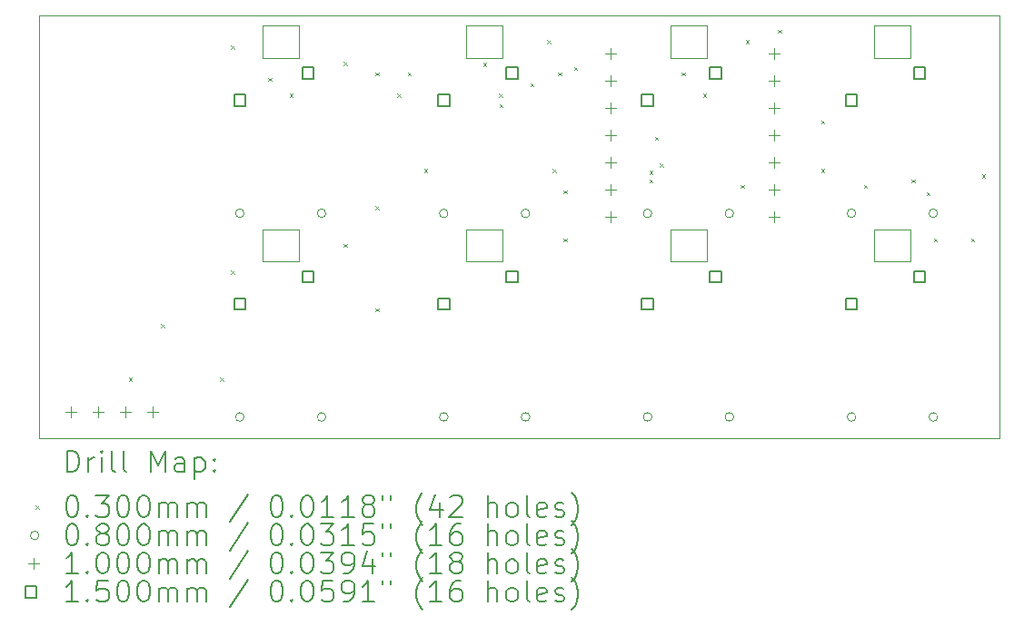
<source format=gbr>
%TF.GenerationSoftware,KiCad,Pcbnew,9.0.7*%
%TF.CreationDate,2026-02-20T22:19:16+11:00*%
%TF.ProjectId,oled-v2,6f6c6564-2d76-4322-9e6b-696361645f70,rev?*%
%TF.SameCoordinates,Original*%
%TF.FileFunction,Drillmap*%
%TF.FilePolarity,Positive*%
%FSLAX45Y45*%
G04 Gerber Fmt 4.5, Leading zero omitted, Abs format (unit mm)*
G04 Created by KiCad (PCBNEW 9.0.7) date 2026-02-20 22:19:16*
%MOMM*%
%LPD*%
G01*
G04 APERTURE LIST*
%ADD10C,0.050000*%
%ADD11C,0.120000*%
%ADD12C,0.200000*%
%ADD13C,0.100000*%
%ADD14C,0.150000*%
G04 APERTURE END LIST*
D10*
X6150000Y-5250000D02*
X15100000Y-5250000D01*
X15100000Y-9200000D01*
X6150000Y-9200000D01*
X6150000Y-5250000D01*
D11*
X12030000Y-5350000D02*
X12030000Y-5650000D01*
X12030000Y-5650000D02*
X12370000Y-5650000D01*
X12370000Y-5350000D02*
X12030000Y-5350000D01*
X12370000Y-5650000D02*
X12370000Y-5350000D01*
X13930000Y-5350000D02*
X13930000Y-5650000D01*
X13930000Y-5650000D02*
X14270000Y-5650000D01*
X14270000Y-5350000D02*
X13930000Y-5350000D01*
X14270000Y-5650000D02*
X14270000Y-5350000D01*
X10130000Y-7250000D02*
X10130000Y-7550000D01*
X10130000Y-7550000D02*
X10470000Y-7550000D01*
X10470000Y-7250000D02*
X10130000Y-7250000D01*
X10470000Y-7550000D02*
X10470000Y-7250000D01*
X8230000Y-7250000D02*
X8230000Y-7550000D01*
X8230000Y-7550000D02*
X8570000Y-7550000D01*
X8570000Y-7250000D02*
X8230000Y-7250000D01*
X8570000Y-7550000D02*
X8570000Y-7250000D01*
X12030000Y-7250000D02*
X12030000Y-7550000D01*
X12030000Y-7550000D02*
X12370000Y-7550000D01*
X12370000Y-7250000D02*
X12030000Y-7250000D01*
X12370000Y-7550000D02*
X12370000Y-7250000D01*
X10130000Y-5350000D02*
X10130000Y-5650000D01*
X10130000Y-5650000D02*
X10470000Y-5650000D01*
X10470000Y-5350000D02*
X10130000Y-5350000D01*
X10470000Y-5650000D02*
X10470000Y-5350000D01*
X13930000Y-7250000D02*
X13930000Y-7550000D01*
X13930000Y-7550000D02*
X14270000Y-7550000D01*
X14270000Y-7250000D02*
X13930000Y-7250000D01*
X14270000Y-7550000D02*
X14270000Y-7250000D01*
X8230000Y-5350000D02*
X8230000Y-5650000D01*
X8230000Y-5650000D02*
X8570000Y-5650000D01*
X8570000Y-5350000D02*
X8230000Y-5350000D01*
X8570000Y-5650000D02*
X8570000Y-5350000D01*
D12*
D13*
X6985000Y-8635000D02*
X7015000Y-8665000D01*
X7015000Y-8635000D02*
X6985000Y-8665000D01*
X7285000Y-8135000D02*
X7315000Y-8165000D01*
X7315000Y-8135000D02*
X7285000Y-8165000D01*
X7835000Y-8635000D02*
X7865000Y-8665000D01*
X7865000Y-8635000D02*
X7835000Y-8665000D01*
X7935000Y-5535000D02*
X7965000Y-5565000D01*
X7965000Y-5535000D02*
X7935000Y-5565000D01*
X7935000Y-7635000D02*
X7965000Y-7665000D01*
X7965000Y-7635000D02*
X7935000Y-7665000D01*
X8285000Y-5835000D02*
X8315000Y-5865000D01*
X8315000Y-5835000D02*
X8285000Y-5865000D01*
X8485000Y-5985000D02*
X8515000Y-6015000D01*
X8515000Y-5985000D02*
X8485000Y-6015000D01*
X8985000Y-5685000D02*
X9015000Y-5715000D01*
X9015000Y-5685000D02*
X8985000Y-5715000D01*
X8985000Y-7385000D02*
X9015000Y-7415000D01*
X9015000Y-7385000D02*
X8985000Y-7415000D01*
X9285000Y-5785000D02*
X9315000Y-5815000D01*
X9315000Y-5785000D02*
X9285000Y-5815000D01*
X9285000Y-7035000D02*
X9315000Y-7065000D01*
X9315000Y-7035000D02*
X9285000Y-7065000D01*
X9285000Y-7985000D02*
X9315000Y-8015000D01*
X9315000Y-7985000D02*
X9285000Y-8015000D01*
X9485000Y-5985000D02*
X9515000Y-6015000D01*
X9515000Y-5985000D02*
X9485000Y-6015000D01*
X9585000Y-5785000D02*
X9615000Y-5815000D01*
X9615000Y-5785000D02*
X9585000Y-5815000D01*
X9735000Y-6685000D02*
X9765000Y-6715000D01*
X9765000Y-6685000D02*
X9735000Y-6715000D01*
X10285000Y-5695000D02*
X10315000Y-5725000D01*
X10315000Y-5695000D02*
X10285000Y-5725000D01*
X10435000Y-5985000D02*
X10465000Y-6015000D01*
X10465000Y-5985000D02*
X10435000Y-6015000D01*
X10438000Y-6081000D02*
X10468000Y-6111000D01*
X10468000Y-6081000D02*
X10438000Y-6111000D01*
X10725000Y-5885000D02*
X10755000Y-5915000D01*
X10755000Y-5885000D02*
X10725000Y-5915000D01*
X10885000Y-5485000D02*
X10915000Y-5515000D01*
X10915000Y-5485000D02*
X10885000Y-5515000D01*
X10935000Y-6685000D02*
X10965000Y-6715000D01*
X10965000Y-6685000D02*
X10935000Y-6715000D01*
X10985000Y-5785000D02*
X11015000Y-5815000D01*
X11015000Y-5785000D02*
X10985000Y-5815000D01*
X11035000Y-6885000D02*
X11065000Y-6915000D01*
X11065000Y-6885000D02*
X11035000Y-6915000D01*
X11035000Y-7335000D02*
X11065000Y-7365000D01*
X11065000Y-7335000D02*
X11035000Y-7365000D01*
X11135000Y-5735000D02*
X11165000Y-5765000D01*
X11165000Y-5735000D02*
X11135000Y-5765000D01*
X11835000Y-6705000D02*
X11865000Y-6735000D01*
X11865000Y-6705000D02*
X11835000Y-6735000D01*
X11835000Y-6785000D02*
X11865000Y-6815000D01*
X11865000Y-6785000D02*
X11835000Y-6815000D01*
X11885000Y-6385000D02*
X11915000Y-6415000D01*
X11915000Y-6385000D02*
X11885000Y-6415000D01*
X11935000Y-6635000D02*
X11965000Y-6665000D01*
X11965000Y-6635000D02*
X11935000Y-6665000D01*
X12135000Y-5785000D02*
X12165000Y-5815000D01*
X12165000Y-5785000D02*
X12135000Y-5815000D01*
X12335000Y-5985000D02*
X12365000Y-6015000D01*
X12365000Y-5985000D02*
X12335000Y-6015000D01*
X12685000Y-6835000D02*
X12715000Y-6865000D01*
X12715000Y-6835000D02*
X12685000Y-6865000D01*
X12735000Y-5485000D02*
X12765000Y-5515000D01*
X12765000Y-5485000D02*
X12735000Y-5515000D01*
X13035000Y-5385000D02*
X13065000Y-5415000D01*
X13065000Y-5385000D02*
X13035000Y-5415000D01*
X13435000Y-6235000D02*
X13465000Y-6265000D01*
X13465000Y-6235000D02*
X13435000Y-6265000D01*
X13435000Y-6685000D02*
X13465000Y-6715000D01*
X13465000Y-6685000D02*
X13435000Y-6715000D01*
X13835000Y-6835000D02*
X13865000Y-6865000D01*
X13865000Y-6835000D02*
X13835000Y-6865000D01*
X14279000Y-6785000D02*
X14309000Y-6815000D01*
X14309000Y-6785000D02*
X14279000Y-6815000D01*
X14418173Y-6901826D02*
X14448173Y-6931826D01*
X14448173Y-6901826D02*
X14418173Y-6931826D01*
X14485000Y-7335000D02*
X14515000Y-7365000D01*
X14515000Y-7335000D02*
X14485000Y-7365000D01*
X14835000Y-7335000D02*
X14865000Y-7365000D01*
X14865000Y-7335000D02*
X14835000Y-7365000D01*
X14935000Y-6735000D02*
X14965000Y-6765000D01*
X14965000Y-6735000D02*
X14935000Y-6765000D01*
X8059000Y-7100000D02*
G75*
G02*
X7979000Y-7100000I-40000J0D01*
G01*
X7979000Y-7100000D02*
G75*
G02*
X8059000Y-7100000I40000J0D01*
G01*
X8059000Y-9000000D02*
G75*
G02*
X7979000Y-9000000I-40000J0D01*
G01*
X7979000Y-9000000D02*
G75*
G02*
X8059000Y-9000000I40000J0D01*
G01*
X8821000Y-7100000D02*
G75*
G02*
X8741000Y-7100000I-40000J0D01*
G01*
X8741000Y-7100000D02*
G75*
G02*
X8821000Y-7100000I40000J0D01*
G01*
X8821000Y-9000000D02*
G75*
G02*
X8741000Y-9000000I-40000J0D01*
G01*
X8741000Y-9000000D02*
G75*
G02*
X8821000Y-9000000I40000J0D01*
G01*
X9959000Y-7100000D02*
G75*
G02*
X9879000Y-7100000I-40000J0D01*
G01*
X9879000Y-7100000D02*
G75*
G02*
X9959000Y-7100000I40000J0D01*
G01*
X9959000Y-9000000D02*
G75*
G02*
X9879000Y-9000000I-40000J0D01*
G01*
X9879000Y-9000000D02*
G75*
G02*
X9959000Y-9000000I40000J0D01*
G01*
X10721000Y-7100000D02*
G75*
G02*
X10641000Y-7100000I-40000J0D01*
G01*
X10641000Y-7100000D02*
G75*
G02*
X10721000Y-7100000I40000J0D01*
G01*
X10721000Y-9000000D02*
G75*
G02*
X10641000Y-9000000I-40000J0D01*
G01*
X10641000Y-9000000D02*
G75*
G02*
X10721000Y-9000000I40000J0D01*
G01*
X11859000Y-7100000D02*
G75*
G02*
X11779000Y-7100000I-40000J0D01*
G01*
X11779000Y-7100000D02*
G75*
G02*
X11859000Y-7100000I40000J0D01*
G01*
X11859000Y-9000000D02*
G75*
G02*
X11779000Y-9000000I-40000J0D01*
G01*
X11779000Y-9000000D02*
G75*
G02*
X11859000Y-9000000I40000J0D01*
G01*
X12621000Y-7100000D02*
G75*
G02*
X12541000Y-7100000I-40000J0D01*
G01*
X12541000Y-7100000D02*
G75*
G02*
X12621000Y-7100000I40000J0D01*
G01*
X12621000Y-9000000D02*
G75*
G02*
X12541000Y-9000000I-40000J0D01*
G01*
X12541000Y-9000000D02*
G75*
G02*
X12621000Y-9000000I40000J0D01*
G01*
X13759000Y-7100000D02*
G75*
G02*
X13679000Y-7100000I-40000J0D01*
G01*
X13679000Y-7100000D02*
G75*
G02*
X13759000Y-7100000I40000J0D01*
G01*
X13759000Y-9000000D02*
G75*
G02*
X13679000Y-9000000I-40000J0D01*
G01*
X13679000Y-9000000D02*
G75*
G02*
X13759000Y-9000000I40000J0D01*
G01*
X14521000Y-7100000D02*
G75*
G02*
X14441000Y-7100000I-40000J0D01*
G01*
X14441000Y-7100000D02*
G75*
G02*
X14521000Y-7100000I40000J0D01*
G01*
X14521000Y-9000000D02*
G75*
G02*
X14441000Y-9000000I-40000J0D01*
G01*
X14441000Y-9000000D02*
G75*
G02*
X14521000Y-9000000I40000J0D01*
G01*
X6442000Y-8900000D02*
X6442000Y-9000000D01*
X6392000Y-8950000D02*
X6492000Y-8950000D01*
X6696000Y-8900000D02*
X6696000Y-9000000D01*
X6646000Y-8950000D02*
X6746000Y-8950000D01*
X6950000Y-8900000D02*
X6950000Y-9000000D01*
X6900000Y-8950000D02*
X7000000Y-8950000D01*
X7204000Y-8900000D02*
X7204000Y-9000000D01*
X7154000Y-8950000D02*
X7254000Y-8950000D01*
X11476450Y-5559202D02*
X11476450Y-5659201D01*
X11426450Y-5609201D02*
X11526450Y-5609201D01*
X11476450Y-5813201D02*
X11476450Y-5913201D01*
X11426450Y-5863201D02*
X11526450Y-5863201D01*
X11476450Y-6067201D02*
X11476450Y-6167201D01*
X11426450Y-6117201D02*
X11526450Y-6117201D01*
X11476450Y-6321201D02*
X11476450Y-6421201D01*
X11426450Y-6371201D02*
X11526450Y-6371201D01*
X11476450Y-6575201D02*
X11476450Y-6675201D01*
X11426450Y-6625201D02*
X11526450Y-6625201D01*
X11476450Y-6829201D02*
X11476450Y-6929201D01*
X11426450Y-6879201D02*
X11526450Y-6879201D01*
X11476450Y-7083201D02*
X11476450Y-7183201D01*
X11426450Y-7133201D02*
X11526450Y-7133201D01*
X13001450Y-5559202D02*
X13001450Y-5659201D01*
X12951450Y-5609201D02*
X13051450Y-5609201D01*
X13001450Y-5813201D02*
X13001450Y-5913201D01*
X12951450Y-5863201D02*
X13051450Y-5863201D01*
X13001450Y-6067201D02*
X13001450Y-6167201D01*
X12951450Y-6117201D02*
X13051450Y-6117201D01*
X13001450Y-6321201D02*
X13001450Y-6421201D01*
X12951450Y-6371201D02*
X13051450Y-6371201D01*
X13001450Y-6575201D02*
X13001450Y-6675201D01*
X12951450Y-6625201D02*
X13051450Y-6625201D01*
X13001450Y-6829201D02*
X13001450Y-6929201D01*
X12951450Y-6879201D02*
X13051450Y-6879201D01*
X13001450Y-7083201D02*
X13001450Y-7183201D01*
X12951450Y-7133201D02*
X13051450Y-7133201D01*
D14*
X8072033Y-6099033D02*
X8072033Y-5992966D01*
X7965966Y-5992966D01*
X7965966Y-6099033D01*
X8072033Y-6099033D01*
X8072033Y-7999033D02*
X8072033Y-7892966D01*
X7965966Y-7892966D01*
X7965966Y-7999033D01*
X8072033Y-7999033D01*
X8707034Y-5845033D02*
X8707034Y-5738966D01*
X8600967Y-5738966D01*
X8600967Y-5845033D01*
X8707034Y-5845033D01*
X8707034Y-7745033D02*
X8707034Y-7638966D01*
X8600967Y-7638966D01*
X8600967Y-7745033D01*
X8707034Y-7745033D01*
X9972034Y-6099033D02*
X9972034Y-5992966D01*
X9865967Y-5992966D01*
X9865967Y-6099033D01*
X9972034Y-6099033D01*
X9972034Y-7999033D02*
X9972034Y-7892966D01*
X9865967Y-7892966D01*
X9865967Y-7999033D01*
X9972034Y-7999033D01*
X10607034Y-5845033D02*
X10607034Y-5738966D01*
X10500967Y-5738966D01*
X10500967Y-5845033D01*
X10607034Y-5845033D01*
X10607034Y-7745033D02*
X10607034Y-7638966D01*
X10500967Y-7638966D01*
X10500967Y-7745033D01*
X10607034Y-7745033D01*
X11872033Y-6099033D02*
X11872033Y-5992966D01*
X11765966Y-5992966D01*
X11765966Y-6099033D01*
X11872033Y-6099033D01*
X11872033Y-7999033D02*
X11872033Y-7892966D01*
X11765966Y-7892966D01*
X11765966Y-7999033D01*
X11872033Y-7999033D01*
X12507033Y-5845033D02*
X12507033Y-5738966D01*
X12400966Y-5738966D01*
X12400966Y-5845033D01*
X12507033Y-5845033D01*
X12507033Y-7745033D02*
X12507033Y-7638966D01*
X12400966Y-7638966D01*
X12400966Y-7745033D01*
X12507033Y-7745033D01*
X13772033Y-6099033D02*
X13772033Y-5992966D01*
X13665966Y-5992966D01*
X13665966Y-6099033D01*
X13772033Y-6099033D01*
X13772033Y-7999033D02*
X13772033Y-7892966D01*
X13665966Y-7892966D01*
X13665966Y-7999033D01*
X13772033Y-7999033D01*
X14407033Y-5845033D02*
X14407033Y-5738966D01*
X14300966Y-5738966D01*
X14300966Y-5845033D01*
X14407033Y-5845033D01*
X14407033Y-7745033D02*
X14407033Y-7638966D01*
X14300966Y-7638966D01*
X14300966Y-7745033D01*
X14407033Y-7745033D01*
D12*
X6408277Y-9513984D02*
X6408277Y-9313984D01*
X6408277Y-9313984D02*
X6455896Y-9313984D01*
X6455896Y-9313984D02*
X6484467Y-9323508D01*
X6484467Y-9323508D02*
X6503515Y-9342555D01*
X6503515Y-9342555D02*
X6513039Y-9361603D01*
X6513039Y-9361603D02*
X6522562Y-9399698D01*
X6522562Y-9399698D02*
X6522562Y-9428270D01*
X6522562Y-9428270D02*
X6513039Y-9466365D01*
X6513039Y-9466365D02*
X6503515Y-9485412D01*
X6503515Y-9485412D02*
X6484467Y-9504460D01*
X6484467Y-9504460D02*
X6455896Y-9513984D01*
X6455896Y-9513984D02*
X6408277Y-9513984D01*
X6608277Y-9513984D02*
X6608277Y-9380650D01*
X6608277Y-9418746D02*
X6617801Y-9399698D01*
X6617801Y-9399698D02*
X6627324Y-9390174D01*
X6627324Y-9390174D02*
X6646372Y-9380650D01*
X6646372Y-9380650D02*
X6665420Y-9380650D01*
X6732086Y-9513984D02*
X6732086Y-9380650D01*
X6732086Y-9313984D02*
X6722562Y-9323508D01*
X6722562Y-9323508D02*
X6732086Y-9333031D01*
X6732086Y-9333031D02*
X6741610Y-9323508D01*
X6741610Y-9323508D02*
X6732086Y-9313984D01*
X6732086Y-9313984D02*
X6732086Y-9333031D01*
X6855896Y-9513984D02*
X6836848Y-9504460D01*
X6836848Y-9504460D02*
X6827324Y-9485412D01*
X6827324Y-9485412D02*
X6827324Y-9313984D01*
X6960658Y-9513984D02*
X6941610Y-9504460D01*
X6941610Y-9504460D02*
X6932086Y-9485412D01*
X6932086Y-9485412D02*
X6932086Y-9313984D01*
X7189229Y-9513984D02*
X7189229Y-9313984D01*
X7189229Y-9313984D02*
X7255896Y-9456841D01*
X7255896Y-9456841D02*
X7322562Y-9313984D01*
X7322562Y-9313984D02*
X7322562Y-9513984D01*
X7503515Y-9513984D02*
X7503515Y-9409222D01*
X7503515Y-9409222D02*
X7493991Y-9390174D01*
X7493991Y-9390174D02*
X7474943Y-9380650D01*
X7474943Y-9380650D02*
X7436848Y-9380650D01*
X7436848Y-9380650D02*
X7417801Y-9390174D01*
X7503515Y-9504460D02*
X7484467Y-9513984D01*
X7484467Y-9513984D02*
X7436848Y-9513984D01*
X7436848Y-9513984D02*
X7417801Y-9504460D01*
X7417801Y-9504460D02*
X7408277Y-9485412D01*
X7408277Y-9485412D02*
X7408277Y-9466365D01*
X7408277Y-9466365D02*
X7417801Y-9447317D01*
X7417801Y-9447317D02*
X7436848Y-9437793D01*
X7436848Y-9437793D02*
X7484467Y-9437793D01*
X7484467Y-9437793D02*
X7503515Y-9428270D01*
X7598753Y-9380650D02*
X7598753Y-9580650D01*
X7598753Y-9390174D02*
X7617801Y-9380650D01*
X7617801Y-9380650D02*
X7655896Y-9380650D01*
X7655896Y-9380650D02*
X7674943Y-9390174D01*
X7674943Y-9390174D02*
X7684467Y-9399698D01*
X7684467Y-9399698D02*
X7693991Y-9418746D01*
X7693991Y-9418746D02*
X7693991Y-9475889D01*
X7693991Y-9475889D02*
X7684467Y-9494936D01*
X7684467Y-9494936D02*
X7674943Y-9504460D01*
X7674943Y-9504460D02*
X7655896Y-9513984D01*
X7655896Y-9513984D02*
X7617801Y-9513984D01*
X7617801Y-9513984D02*
X7598753Y-9504460D01*
X7779705Y-9494936D02*
X7789229Y-9504460D01*
X7789229Y-9504460D02*
X7779705Y-9513984D01*
X7779705Y-9513984D02*
X7770182Y-9504460D01*
X7770182Y-9504460D02*
X7779705Y-9494936D01*
X7779705Y-9494936D02*
X7779705Y-9513984D01*
X7779705Y-9390174D02*
X7789229Y-9399698D01*
X7789229Y-9399698D02*
X7779705Y-9409222D01*
X7779705Y-9409222D02*
X7770182Y-9399698D01*
X7770182Y-9399698D02*
X7779705Y-9390174D01*
X7779705Y-9390174D02*
X7779705Y-9409222D01*
D13*
X6117500Y-9827500D02*
X6147500Y-9857500D01*
X6147500Y-9827500D02*
X6117500Y-9857500D01*
D12*
X6446372Y-9733984D02*
X6465420Y-9733984D01*
X6465420Y-9733984D02*
X6484467Y-9743508D01*
X6484467Y-9743508D02*
X6493991Y-9753031D01*
X6493991Y-9753031D02*
X6503515Y-9772079D01*
X6503515Y-9772079D02*
X6513039Y-9810174D01*
X6513039Y-9810174D02*
X6513039Y-9857793D01*
X6513039Y-9857793D02*
X6503515Y-9895889D01*
X6503515Y-9895889D02*
X6493991Y-9914936D01*
X6493991Y-9914936D02*
X6484467Y-9924460D01*
X6484467Y-9924460D02*
X6465420Y-9933984D01*
X6465420Y-9933984D02*
X6446372Y-9933984D01*
X6446372Y-9933984D02*
X6427324Y-9924460D01*
X6427324Y-9924460D02*
X6417801Y-9914936D01*
X6417801Y-9914936D02*
X6408277Y-9895889D01*
X6408277Y-9895889D02*
X6398753Y-9857793D01*
X6398753Y-9857793D02*
X6398753Y-9810174D01*
X6398753Y-9810174D02*
X6408277Y-9772079D01*
X6408277Y-9772079D02*
X6417801Y-9753031D01*
X6417801Y-9753031D02*
X6427324Y-9743508D01*
X6427324Y-9743508D02*
X6446372Y-9733984D01*
X6598753Y-9914936D02*
X6608277Y-9924460D01*
X6608277Y-9924460D02*
X6598753Y-9933984D01*
X6598753Y-9933984D02*
X6589229Y-9924460D01*
X6589229Y-9924460D02*
X6598753Y-9914936D01*
X6598753Y-9914936D02*
X6598753Y-9933984D01*
X6674943Y-9733984D02*
X6798753Y-9733984D01*
X6798753Y-9733984D02*
X6732086Y-9810174D01*
X6732086Y-9810174D02*
X6760658Y-9810174D01*
X6760658Y-9810174D02*
X6779705Y-9819698D01*
X6779705Y-9819698D02*
X6789229Y-9829222D01*
X6789229Y-9829222D02*
X6798753Y-9848270D01*
X6798753Y-9848270D02*
X6798753Y-9895889D01*
X6798753Y-9895889D02*
X6789229Y-9914936D01*
X6789229Y-9914936D02*
X6779705Y-9924460D01*
X6779705Y-9924460D02*
X6760658Y-9933984D01*
X6760658Y-9933984D02*
X6703515Y-9933984D01*
X6703515Y-9933984D02*
X6684467Y-9924460D01*
X6684467Y-9924460D02*
X6674943Y-9914936D01*
X6922562Y-9733984D02*
X6941610Y-9733984D01*
X6941610Y-9733984D02*
X6960658Y-9743508D01*
X6960658Y-9743508D02*
X6970182Y-9753031D01*
X6970182Y-9753031D02*
X6979705Y-9772079D01*
X6979705Y-9772079D02*
X6989229Y-9810174D01*
X6989229Y-9810174D02*
X6989229Y-9857793D01*
X6989229Y-9857793D02*
X6979705Y-9895889D01*
X6979705Y-9895889D02*
X6970182Y-9914936D01*
X6970182Y-9914936D02*
X6960658Y-9924460D01*
X6960658Y-9924460D02*
X6941610Y-9933984D01*
X6941610Y-9933984D02*
X6922562Y-9933984D01*
X6922562Y-9933984D02*
X6903515Y-9924460D01*
X6903515Y-9924460D02*
X6893991Y-9914936D01*
X6893991Y-9914936D02*
X6884467Y-9895889D01*
X6884467Y-9895889D02*
X6874943Y-9857793D01*
X6874943Y-9857793D02*
X6874943Y-9810174D01*
X6874943Y-9810174D02*
X6884467Y-9772079D01*
X6884467Y-9772079D02*
X6893991Y-9753031D01*
X6893991Y-9753031D02*
X6903515Y-9743508D01*
X6903515Y-9743508D02*
X6922562Y-9733984D01*
X7113039Y-9733984D02*
X7132086Y-9733984D01*
X7132086Y-9733984D02*
X7151134Y-9743508D01*
X7151134Y-9743508D02*
X7160658Y-9753031D01*
X7160658Y-9753031D02*
X7170182Y-9772079D01*
X7170182Y-9772079D02*
X7179705Y-9810174D01*
X7179705Y-9810174D02*
X7179705Y-9857793D01*
X7179705Y-9857793D02*
X7170182Y-9895889D01*
X7170182Y-9895889D02*
X7160658Y-9914936D01*
X7160658Y-9914936D02*
X7151134Y-9924460D01*
X7151134Y-9924460D02*
X7132086Y-9933984D01*
X7132086Y-9933984D02*
X7113039Y-9933984D01*
X7113039Y-9933984D02*
X7093991Y-9924460D01*
X7093991Y-9924460D02*
X7084467Y-9914936D01*
X7084467Y-9914936D02*
X7074943Y-9895889D01*
X7074943Y-9895889D02*
X7065420Y-9857793D01*
X7065420Y-9857793D02*
X7065420Y-9810174D01*
X7065420Y-9810174D02*
X7074943Y-9772079D01*
X7074943Y-9772079D02*
X7084467Y-9753031D01*
X7084467Y-9753031D02*
X7093991Y-9743508D01*
X7093991Y-9743508D02*
X7113039Y-9733984D01*
X7265420Y-9933984D02*
X7265420Y-9800650D01*
X7265420Y-9819698D02*
X7274943Y-9810174D01*
X7274943Y-9810174D02*
X7293991Y-9800650D01*
X7293991Y-9800650D02*
X7322563Y-9800650D01*
X7322563Y-9800650D02*
X7341610Y-9810174D01*
X7341610Y-9810174D02*
X7351134Y-9829222D01*
X7351134Y-9829222D02*
X7351134Y-9933984D01*
X7351134Y-9829222D02*
X7360658Y-9810174D01*
X7360658Y-9810174D02*
X7379705Y-9800650D01*
X7379705Y-9800650D02*
X7408277Y-9800650D01*
X7408277Y-9800650D02*
X7427324Y-9810174D01*
X7427324Y-9810174D02*
X7436848Y-9829222D01*
X7436848Y-9829222D02*
X7436848Y-9933984D01*
X7532086Y-9933984D02*
X7532086Y-9800650D01*
X7532086Y-9819698D02*
X7541610Y-9810174D01*
X7541610Y-9810174D02*
X7560658Y-9800650D01*
X7560658Y-9800650D02*
X7589229Y-9800650D01*
X7589229Y-9800650D02*
X7608277Y-9810174D01*
X7608277Y-9810174D02*
X7617801Y-9829222D01*
X7617801Y-9829222D02*
X7617801Y-9933984D01*
X7617801Y-9829222D02*
X7627324Y-9810174D01*
X7627324Y-9810174D02*
X7646372Y-9800650D01*
X7646372Y-9800650D02*
X7674943Y-9800650D01*
X7674943Y-9800650D02*
X7693991Y-9810174D01*
X7693991Y-9810174D02*
X7703515Y-9829222D01*
X7703515Y-9829222D02*
X7703515Y-9933984D01*
X8093991Y-9724460D02*
X7922563Y-9981603D01*
X8351134Y-9733984D02*
X8370182Y-9733984D01*
X8370182Y-9733984D02*
X8389229Y-9743508D01*
X8389229Y-9743508D02*
X8398753Y-9753031D01*
X8398753Y-9753031D02*
X8408277Y-9772079D01*
X8408277Y-9772079D02*
X8417801Y-9810174D01*
X8417801Y-9810174D02*
X8417801Y-9857793D01*
X8417801Y-9857793D02*
X8408277Y-9895889D01*
X8408277Y-9895889D02*
X8398753Y-9914936D01*
X8398753Y-9914936D02*
X8389229Y-9924460D01*
X8389229Y-9924460D02*
X8370182Y-9933984D01*
X8370182Y-9933984D02*
X8351134Y-9933984D01*
X8351134Y-9933984D02*
X8332086Y-9924460D01*
X8332086Y-9924460D02*
X8322563Y-9914936D01*
X8322563Y-9914936D02*
X8313039Y-9895889D01*
X8313039Y-9895889D02*
X8303515Y-9857793D01*
X8303515Y-9857793D02*
X8303515Y-9810174D01*
X8303515Y-9810174D02*
X8313039Y-9772079D01*
X8313039Y-9772079D02*
X8322563Y-9753031D01*
X8322563Y-9753031D02*
X8332086Y-9743508D01*
X8332086Y-9743508D02*
X8351134Y-9733984D01*
X8503515Y-9914936D02*
X8513039Y-9924460D01*
X8513039Y-9924460D02*
X8503515Y-9933984D01*
X8503515Y-9933984D02*
X8493991Y-9924460D01*
X8493991Y-9924460D02*
X8503515Y-9914936D01*
X8503515Y-9914936D02*
X8503515Y-9933984D01*
X8636848Y-9733984D02*
X8655896Y-9733984D01*
X8655896Y-9733984D02*
X8674944Y-9743508D01*
X8674944Y-9743508D02*
X8684468Y-9753031D01*
X8684468Y-9753031D02*
X8693991Y-9772079D01*
X8693991Y-9772079D02*
X8703515Y-9810174D01*
X8703515Y-9810174D02*
X8703515Y-9857793D01*
X8703515Y-9857793D02*
X8693991Y-9895889D01*
X8693991Y-9895889D02*
X8684468Y-9914936D01*
X8684468Y-9914936D02*
X8674944Y-9924460D01*
X8674944Y-9924460D02*
X8655896Y-9933984D01*
X8655896Y-9933984D02*
X8636848Y-9933984D01*
X8636848Y-9933984D02*
X8617801Y-9924460D01*
X8617801Y-9924460D02*
X8608277Y-9914936D01*
X8608277Y-9914936D02*
X8598753Y-9895889D01*
X8598753Y-9895889D02*
X8589229Y-9857793D01*
X8589229Y-9857793D02*
X8589229Y-9810174D01*
X8589229Y-9810174D02*
X8598753Y-9772079D01*
X8598753Y-9772079D02*
X8608277Y-9753031D01*
X8608277Y-9753031D02*
X8617801Y-9743508D01*
X8617801Y-9743508D02*
X8636848Y-9733984D01*
X8893991Y-9933984D02*
X8779706Y-9933984D01*
X8836848Y-9933984D02*
X8836848Y-9733984D01*
X8836848Y-9733984D02*
X8817801Y-9762555D01*
X8817801Y-9762555D02*
X8798753Y-9781603D01*
X8798753Y-9781603D02*
X8779706Y-9791127D01*
X9084468Y-9933984D02*
X8970182Y-9933984D01*
X9027325Y-9933984D02*
X9027325Y-9733984D01*
X9027325Y-9733984D02*
X9008277Y-9762555D01*
X9008277Y-9762555D02*
X8989229Y-9781603D01*
X8989229Y-9781603D02*
X8970182Y-9791127D01*
X9198753Y-9819698D02*
X9179706Y-9810174D01*
X9179706Y-9810174D02*
X9170182Y-9800650D01*
X9170182Y-9800650D02*
X9160658Y-9781603D01*
X9160658Y-9781603D02*
X9160658Y-9772079D01*
X9160658Y-9772079D02*
X9170182Y-9753031D01*
X9170182Y-9753031D02*
X9179706Y-9743508D01*
X9179706Y-9743508D02*
X9198753Y-9733984D01*
X9198753Y-9733984D02*
X9236849Y-9733984D01*
X9236849Y-9733984D02*
X9255896Y-9743508D01*
X9255896Y-9743508D02*
X9265420Y-9753031D01*
X9265420Y-9753031D02*
X9274944Y-9772079D01*
X9274944Y-9772079D02*
X9274944Y-9781603D01*
X9274944Y-9781603D02*
X9265420Y-9800650D01*
X9265420Y-9800650D02*
X9255896Y-9810174D01*
X9255896Y-9810174D02*
X9236849Y-9819698D01*
X9236849Y-9819698D02*
X9198753Y-9819698D01*
X9198753Y-9819698D02*
X9179706Y-9829222D01*
X9179706Y-9829222D02*
X9170182Y-9838746D01*
X9170182Y-9838746D02*
X9160658Y-9857793D01*
X9160658Y-9857793D02*
X9160658Y-9895889D01*
X9160658Y-9895889D02*
X9170182Y-9914936D01*
X9170182Y-9914936D02*
X9179706Y-9924460D01*
X9179706Y-9924460D02*
X9198753Y-9933984D01*
X9198753Y-9933984D02*
X9236849Y-9933984D01*
X9236849Y-9933984D02*
X9255896Y-9924460D01*
X9255896Y-9924460D02*
X9265420Y-9914936D01*
X9265420Y-9914936D02*
X9274944Y-9895889D01*
X9274944Y-9895889D02*
X9274944Y-9857793D01*
X9274944Y-9857793D02*
X9265420Y-9838746D01*
X9265420Y-9838746D02*
X9255896Y-9829222D01*
X9255896Y-9829222D02*
X9236849Y-9819698D01*
X9351134Y-9733984D02*
X9351134Y-9772079D01*
X9427325Y-9733984D02*
X9427325Y-9772079D01*
X9722563Y-10010174D02*
X9713039Y-10000650D01*
X9713039Y-10000650D02*
X9693991Y-9972079D01*
X9693991Y-9972079D02*
X9684468Y-9953031D01*
X9684468Y-9953031D02*
X9674944Y-9924460D01*
X9674944Y-9924460D02*
X9665420Y-9876841D01*
X9665420Y-9876841D02*
X9665420Y-9838746D01*
X9665420Y-9838746D02*
X9674944Y-9791127D01*
X9674944Y-9791127D02*
X9684468Y-9762555D01*
X9684468Y-9762555D02*
X9693991Y-9743508D01*
X9693991Y-9743508D02*
X9713039Y-9714936D01*
X9713039Y-9714936D02*
X9722563Y-9705412D01*
X9884468Y-9800650D02*
X9884468Y-9933984D01*
X9836849Y-9724460D02*
X9789230Y-9867317D01*
X9789230Y-9867317D02*
X9913039Y-9867317D01*
X9979706Y-9753031D02*
X9989230Y-9743508D01*
X9989230Y-9743508D02*
X10008277Y-9733984D01*
X10008277Y-9733984D02*
X10055896Y-9733984D01*
X10055896Y-9733984D02*
X10074944Y-9743508D01*
X10074944Y-9743508D02*
X10084468Y-9753031D01*
X10084468Y-9753031D02*
X10093991Y-9772079D01*
X10093991Y-9772079D02*
X10093991Y-9791127D01*
X10093991Y-9791127D02*
X10084468Y-9819698D01*
X10084468Y-9819698D02*
X9970182Y-9933984D01*
X9970182Y-9933984D02*
X10093991Y-9933984D01*
X10332087Y-9933984D02*
X10332087Y-9733984D01*
X10417801Y-9933984D02*
X10417801Y-9829222D01*
X10417801Y-9829222D02*
X10408277Y-9810174D01*
X10408277Y-9810174D02*
X10389230Y-9800650D01*
X10389230Y-9800650D02*
X10360658Y-9800650D01*
X10360658Y-9800650D02*
X10341611Y-9810174D01*
X10341611Y-9810174D02*
X10332087Y-9819698D01*
X10541611Y-9933984D02*
X10522563Y-9924460D01*
X10522563Y-9924460D02*
X10513039Y-9914936D01*
X10513039Y-9914936D02*
X10503515Y-9895889D01*
X10503515Y-9895889D02*
X10503515Y-9838746D01*
X10503515Y-9838746D02*
X10513039Y-9819698D01*
X10513039Y-9819698D02*
X10522563Y-9810174D01*
X10522563Y-9810174D02*
X10541611Y-9800650D01*
X10541611Y-9800650D02*
X10570182Y-9800650D01*
X10570182Y-9800650D02*
X10589230Y-9810174D01*
X10589230Y-9810174D02*
X10598753Y-9819698D01*
X10598753Y-9819698D02*
X10608277Y-9838746D01*
X10608277Y-9838746D02*
X10608277Y-9895889D01*
X10608277Y-9895889D02*
X10598753Y-9914936D01*
X10598753Y-9914936D02*
X10589230Y-9924460D01*
X10589230Y-9924460D02*
X10570182Y-9933984D01*
X10570182Y-9933984D02*
X10541611Y-9933984D01*
X10722563Y-9933984D02*
X10703515Y-9924460D01*
X10703515Y-9924460D02*
X10693992Y-9905412D01*
X10693992Y-9905412D02*
X10693992Y-9733984D01*
X10874944Y-9924460D02*
X10855896Y-9933984D01*
X10855896Y-9933984D02*
X10817801Y-9933984D01*
X10817801Y-9933984D02*
X10798753Y-9924460D01*
X10798753Y-9924460D02*
X10789230Y-9905412D01*
X10789230Y-9905412D02*
X10789230Y-9829222D01*
X10789230Y-9829222D02*
X10798753Y-9810174D01*
X10798753Y-9810174D02*
X10817801Y-9800650D01*
X10817801Y-9800650D02*
X10855896Y-9800650D01*
X10855896Y-9800650D02*
X10874944Y-9810174D01*
X10874944Y-9810174D02*
X10884468Y-9829222D01*
X10884468Y-9829222D02*
X10884468Y-9848270D01*
X10884468Y-9848270D02*
X10789230Y-9867317D01*
X10960658Y-9924460D02*
X10979706Y-9933984D01*
X10979706Y-9933984D02*
X11017801Y-9933984D01*
X11017801Y-9933984D02*
X11036849Y-9924460D01*
X11036849Y-9924460D02*
X11046373Y-9905412D01*
X11046373Y-9905412D02*
X11046373Y-9895889D01*
X11046373Y-9895889D02*
X11036849Y-9876841D01*
X11036849Y-9876841D02*
X11017801Y-9867317D01*
X11017801Y-9867317D02*
X10989230Y-9867317D01*
X10989230Y-9867317D02*
X10970182Y-9857793D01*
X10970182Y-9857793D02*
X10960658Y-9838746D01*
X10960658Y-9838746D02*
X10960658Y-9829222D01*
X10960658Y-9829222D02*
X10970182Y-9810174D01*
X10970182Y-9810174D02*
X10989230Y-9800650D01*
X10989230Y-9800650D02*
X11017801Y-9800650D01*
X11017801Y-9800650D02*
X11036849Y-9810174D01*
X11113039Y-10010174D02*
X11122563Y-10000650D01*
X11122563Y-10000650D02*
X11141611Y-9972079D01*
X11141611Y-9972079D02*
X11151134Y-9953031D01*
X11151134Y-9953031D02*
X11160658Y-9924460D01*
X11160658Y-9924460D02*
X11170182Y-9876841D01*
X11170182Y-9876841D02*
X11170182Y-9838746D01*
X11170182Y-9838746D02*
X11160658Y-9791127D01*
X11160658Y-9791127D02*
X11151134Y-9762555D01*
X11151134Y-9762555D02*
X11141611Y-9743508D01*
X11141611Y-9743508D02*
X11122563Y-9714936D01*
X11122563Y-9714936D02*
X11113039Y-9705412D01*
D13*
X6147500Y-10106500D02*
G75*
G02*
X6067500Y-10106500I-40000J0D01*
G01*
X6067500Y-10106500D02*
G75*
G02*
X6147500Y-10106500I40000J0D01*
G01*
D12*
X6446372Y-9997984D02*
X6465420Y-9997984D01*
X6465420Y-9997984D02*
X6484467Y-10007508D01*
X6484467Y-10007508D02*
X6493991Y-10017031D01*
X6493991Y-10017031D02*
X6503515Y-10036079D01*
X6503515Y-10036079D02*
X6513039Y-10074174D01*
X6513039Y-10074174D02*
X6513039Y-10121793D01*
X6513039Y-10121793D02*
X6503515Y-10159889D01*
X6503515Y-10159889D02*
X6493991Y-10178936D01*
X6493991Y-10178936D02*
X6484467Y-10188460D01*
X6484467Y-10188460D02*
X6465420Y-10197984D01*
X6465420Y-10197984D02*
X6446372Y-10197984D01*
X6446372Y-10197984D02*
X6427324Y-10188460D01*
X6427324Y-10188460D02*
X6417801Y-10178936D01*
X6417801Y-10178936D02*
X6408277Y-10159889D01*
X6408277Y-10159889D02*
X6398753Y-10121793D01*
X6398753Y-10121793D02*
X6398753Y-10074174D01*
X6398753Y-10074174D02*
X6408277Y-10036079D01*
X6408277Y-10036079D02*
X6417801Y-10017031D01*
X6417801Y-10017031D02*
X6427324Y-10007508D01*
X6427324Y-10007508D02*
X6446372Y-9997984D01*
X6598753Y-10178936D02*
X6608277Y-10188460D01*
X6608277Y-10188460D02*
X6598753Y-10197984D01*
X6598753Y-10197984D02*
X6589229Y-10188460D01*
X6589229Y-10188460D02*
X6598753Y-10178936D01*
X6598753Y-10178936D02*
X6598753Y-10197984D01*
X6722562Y-10083698D02*
X6703515Y-10074174D01*
X6703515Y-10074174D02*
X6693991Y-10064650D01*
X6693991Y-10064650D02*
X6684467Y-10045603D01*
X6684467Y-10045603D02*
X6684467Y-10036079D01*
X6684467Y-10036079D02*
X6693991Y-10017031D01*
X6693991Y-10017031D02*
X6703515Y-10007508D01*
X6703515Y-10007508D02*
X6722562Y-9997984D01*
X6722562Y-9997984D02*
X6760658Y-9997984D01*
X6760658Y-9997984D02*
X6779705Y-10007508D01*
X6779705Y-10007508D02*
X6789229Y-10017031D01*
X6789229Y-10017031D02*
X6798753Y-10036079D01*
X6798753Y-10036079D02*
X6798753Y-10045603D01*
X6798753Y-10045603D02*
X6789229Y-10064650D01*
X6789229Y-10064650D02*
X6779705Y-10074174D01*
X6779705Y-10074174D02*
X6760658Y-10083698D01*
X6760658Y-10083698D02*
X6722562Y-10083698D01*
X6722562Y-10083698D02*
X6703515Y-10093222D01*
X6703515Y-10093222D02*
X6693991Y-10102746D01*
X6693991Y-10102746D02*
X6684467Y-10121793D01*
X6684467Y-10121793D02*
X6684467Y-10159889D01*
X6684467Y-10159889D02*
X6693991Y-10178936D01*
X6693991Y-10178936D02*
X6703515Y-10188460D01*
X6703515Y-10188460D02*
X6722562Y-10197984D01*
X6722562Y-10197984D02*
X6760658Y-10197984D01*
X6760658Y-10197984D02*
X6779705Y-10188460D01*
X6779705Y-10188460D02*
X6789229Y-10178936D01*
X6789229Y-10178936D02*
X6798753Y-10159889D01*
X6798753Y-10159889D02*
X6798753Y-10121793D01*
X6798753Y-10121793D02*
X6789229Y-10102746D01*
X6789229Y-10102746D02*
X6779705Y-10093222D01*
X6779705Y-10093222D02*
X6760658Y-10083698D01*
X6922562Y-9997984D02*
X6941610Y-9997984D01*
X6941610Y-9997984D02*
X6960658Y-10007508D01*
X6960658Y-10007508D02*
X6970182Y-10017031D01*
X6970182Y-10017031D02*
X6979705Y-10036079D01*
X6979705Y-10036079D02*
X6989229Y-10074174D01*
X6989229Y-10074174D02*
X6989229Y-10121793D01*
X6989229Y-10121793D02*
X6979705Y-10159889D01*
X6979705Y-10159889D02*
X6970182Y-10178936D01*
X6970182Y-10178936D02*
X6960658Y-10188460D01*
X6960658Y-10188460D02*
X6941610Y-10197984D01*
X6941610Y-10197984D02*
X6922562Y-10197984D01*
X6922562Y-10197984D02*
X6903515Y-10188460D01*
X6903515Y-10188460D02*
X6893991Y-10178936D01*
X6893991Y-10178936D02*
X6884467Y-10159889D01*
X6884467Y-10159889D02*
X6874943Y-10121793D01*
X6874943Y-10121793D02*
X6874943Y-10074174D01*
X6874943Y-10074174D02*
X6884467Y-10036079D01*
X6884467Y-10036079D02*
X6893991Y-10017031D01*
X6893991Y-10017031D02*
X6903515Y-10007508D01*
X6903515Y-10007508D02*
X6922562Y-9997984D01*
X7113039Y-9997984D02*
X7132086Y-9997984D01*
X7132086Y-9997984D02*
X7151134Y-10007508D01*
X7151134Y-10007508D02*
X7160658Y-10017031D01*
X7160658Y-10017031D02*
X7170182Y-10036079D01*
X7170182Y-10036079D02*
X7179705Y-10074174D01*
X7179705Y-10074174D02*
X7179705Y-10121793D01*
X7179705Y-10121793D02*
X7170182Y-10159889D01*
X7170182Y-10159889D02*
X7160658Y-10178936D01*
X7160658Y-10178936D02*
X7151134Y-10188460D01*
X7151134Y-10188460D02*
X7132086Y-10197984D01*
X7132086Y-10197984D02*
X7113039Y-10197984D01*
X7113039Y-10197984D02*
X7093991Y-10188460D01*
X7093991Y-10188460D02*
X7084467Y-10178936D01*
X7084467Y-10178936D02*
X7074943Y-10159889D01*
X7074943Y-10159889D02*
X7065420Y-10121793D01*
X7065420Y-10121793D02*
X7065420Y-10074174D01*
X7065420Y-10074174D02*
X7074943Y-10036079D01*
X7074943Y-10036079D02*
X7084467Y-10017031D01*
X7084467Y-10017031D02*
X7093991Y-10007508D01*
X7093991Y-10007508D02*
X7113039Y-9997984D01*
X7265420Y-10197984D02*
X7265420Y-10064650D01*
X7265420Y-10083698D02*
X7274943Y-10074174D01*
X7274943Y-10074174D02*
X7293991Y-10064650D01*
X7293991Y-10064650D02*
X7322563Y-10064650D01*
X7322563Y-10064650D02*
X7341610Y-10074174D01*
X7341610Y-10074174D02*
X7351134Y-10093222D01*
X7351134Y-10093222D02*
X7351134Y-10197984D01*
X7351134Y-10093222D02*
X7360658Y-10074174D01*
X7360658Y-10074174D02*
X7379705Y-10064650D01*
X7379705Y-10064650D02*
X7408277Y-10064650D01*
X7408277Y-10064650D02*
X7427324Y-10074174D01*
X7427324Y-10074174D02*
X7436848Y-10093222D01*
X7436848Y-10093222D02*
X7436848Y-10197984D01*
X7532086Y-10197984D02*
X7532086Y-10064650D01*
X7532086Y-10083698D02*
X7541610Y-10074174D01*
X7541610Y-10074174D02*
X7560658Y-10064650D01*
X7560658Y-10064650D02*
X7589229Y-10064650D01*
X7589229Y-10064650D02*
X7608277Y-10074174D01*
X7608277Y-10074174D02*
X7617801Y-10093222D01*
X7617801Y-10093222D02*
X7617801Y-10197984D01*
X7617801Y-10093222D02*
X7627324Y-10074174D01*
X7627324Y-10074174D02*
X7646372Y-10064650D01*
X7646372Y-10064650D02*
X7674943Y-10064650D01*
X7674943Y-10064650D02*
X7693991Y-10074174D01*
X7693991Y-10074174D02*
X7703515Y-10093222D01*
X7703515Y-10093222D02*
X7703515Y-10197984D01*
X8093991Y-9988460D02*
X7922563Y-10245603D01*
X8351134Y-9997984D02*
X8370182Y-9997984D01*
X8370182Y-9997984D02*
X8389229Y-10007508D01*
X8389229Y-10007508D02*
X8398753Y-10017031D01*
X8398753Y-10017031D02*
X8408277Y-10036079D01*
X8408277Y-10036079D02*
X8417801Y-10074174D01*
X8417801Y-10074174D02*
X8417801Y-10121793D01*
X8417801Y-10121793D02*
X8408277Y-10159889D01*
X8408277Y-10159889D02*
X8398753Y-10178936D01*
X8398753Y-10178936D02*
X8389229Y-10188460D01*
X8389229Y-10188460D02*
X8370182Y-10197984D01*
X8370182Y-10197984D02*
X8351134Y-10197984D01*
X8351134Y-10197984D02*
X8332086Y-10188460D01*
X8332086Y-10188460D02*
X8322563Y-10178936D01*
X8322563Y-10178936D02*
X8313039Y-10159889D01*
X8313039Y-10159889D02*
X8303515Y-10121793D01*
X8303515Y-10121793D02*
X8303515Y-10074174D01*
X8303515Y-10074174D02*
X8313039Y-10036079D01*
X8313039Y-10036079D02*
X8322563Y-10017031D01*
X8322563Y-10017031D02*
X8332086Y-10007508D01*
X8332086Y-10007508D02*
X8351134Y-9997984D01*
X8503515Y-10178936D02*
X8513039Y-10188460D01*
X8513039Y-10188460D02*
X8503515Y-10197984D01*
X8503515Y-10197984D02*
X8493991Y-10188460D01*
X8493991Y-10188460D02*
X8503515Y-10178936D01*
X8503515Y-10178936D02*
X8503515Y-10197984D01*
X8636848Y-9997984D02*
X8655896Y-9997984D01*
X8655896Y-9997984D02*
X8674944Y-10007508D01*
X8674944Y-10007508D02*
X8684468Y-10017031D01*
X8684468Y-10017031D02*
X8693991Y-10036079D01*
X8693991Y-10036079D02*
X8703515Y-10074174D01*
X8703515Y-10074174D02*
X8703515Y-10121793D01*
X8703515Y-10121793D02*
X8693991Y-10159889D01*
X8693991Y-10159889D02*
X8684468Y-10178936D01*
X8684468Y-10178936D02*
X8674944Y-10188460D01*
X8674944Y-10188460D02*
X8655896Y-10197984D01*
X8655896Y-10197984D02*
X8636848Y-10197984D01*
X8636848Y-10197984D02*
X8617801Y-10188460D01*
X8617801Y-10188460D02*
X8608277Y-10178936D01*
X8608277Y-10178936D02*
X8598753Y-10159889D01*
X8598753Y-10159889D02*
X8589229Y-10121793D01*
X8589229Y-10121793D02*
X8589229Y-10074174D01*
X8589229Y-10074174D02*
X8598753Y-10036079D01*
X8598753Y-10036079D02*
X8608277Y-10017031D01*
X8608277Y-10017031D02*
X8617801Y-10007508D01*
X8617801Y-10007508D02*
X8636848Y-9997984D01*
X8770182Y-9997984D02*
X8893991Y-9997984D01*
X8893991Y-9997984D02*
X8827325Y-10074174D01*
X8827325Y-10074174D02*
X8855896Y-10074174D01*
X8855896Y-10074174D02*
X8874944Y-10083698D01*
X8874944Y-10083698D02*
X8884468Y-10093222D01*
X8884468Y-10093222D02*
X8893991Y-10112270D01*
X8893991Y-10112270D02*
X8893991Y-10159889D01*
X8893991Y-10159889D02*
X8884468Y-10178936D01*
X8884468Y-10178936D02*
X8874944Y-10188460D01*
X8874944Y-10188460D02*
X8855896Y-10197984D01*
X8855896Y-10197984D02*
X8798753Y-10197984D01*
X8798753Y-10197984D02*
X8779706Y-10188460D01*
X8779706Y-10188460D02*
X8770182Y-10178936D01*
X9084468Y-10197984D02*
X8970182Y-10197984D01*
X9027325Y-10197984D02*
X9027325Y-9997984D01*
X9027325Y-9997984D02*
X9008277Y-10026555D01*
X9008277Y-10026555D02*
X8989229Y-10045603D01*
X8989229Y-10045603D02*
X8970182Y-10055127D01*
X9265420Y-9997984D02*
X9170182Y-9997984D01*
X9170182Y-9997984D02*
X9160658Y-10093222D01*
X9160658Y-10093222D02*
X9170182Y-10083698D01*
X9170182Y-10083698D02*
X9189229Y-10074174D01*
X9189229Y-10074174D02*
X9236849Y-10074174D01*
X9236849Y-10074174D02*
X9255896Y-10083698D01*
X9255896Y-10083698D02*
X9265420Y-10093222D01*
X9265420Y-10093222D02*
X9274944Y-10112270D01*
X9274944Y-10112270D02*
X9274944Y-10159889D01*
X9274944Y-10159889D02*
X9265420Y-10178936D01*
X9265420Y-10178936D02*
X9255896Y-10188460D01*
X9255896Y-10188460D02*
X9236849Y-10197984D01*
X9236849Y-10197984D02*
X9189229Y-10197984D01*
X9189229Y-10197984D02*
X9170182Y-10188460D01*
X9170182Y-10188460D02*
X9160658Y-10178936D01*
X9351134Y-9997984D02*
X9351134Y-10036079D01*
X9427325Y-9997984D02*
X9427325Y-10036079D01*
X9722563Y-10274174D02*
X9713039Y-10264650D01*
X9713039Y-10264650D02*
X9693991Y-10236079D01*
X9693991Y-10236079D02*
X9684468Y-10217031D01*
X9684468Y-10217031D02*
X9674944Y-10188460D01*
X9674944Y-10188460D02*
X9665420Y-10140841D01*
X9665420Y-10140841D02*
X9665420Y-10102746D01*
X9665420Y-10102746D02*
X9674944Y-10055127D01*
X9674944Y-10055127D02*
X9684468Y-10026555D01*
X9684468Y-10026555D02*
X9693991Y-10007508D01*
X9693991Y-10007508D02*
X9713039Y-9978936D01*
X9713039Y-9978936D02*
X9722563Y-9969412D01*
X9903515Y-10197984D02*
X9789230Y-10197984D01*
X9846372Y-10197984D02*
X9846372Y-9997984D01*
X9846372Y-9997984D02*
X9827325Y-10026555D01*
X9827325Y-10026555D02*
X9808277Y-10045603D01*
X9808277Y-10045603D02*
X9789230Y-10055127D01*
X10074944Y-9997984D02*
X10036849Y-9997984D01*
X10036849Y-9997984D02*
X10017801Y-10007508D01*
X10017801Y-10007508D02*
X10008277Y-10017031D01*
X10008277Y-10017031D02*
X9989230Y-10045603D01*
X9989230Y-10045603D02*
X9979706Y-10083698D01*
X9979706Y-10083698D02*
X9979706Y-10159889D01*
X9979706Y-10159889D02*
X9989230Y-10178936D01*
X9989230Y-10178936D02*
X9998753Y-10188460D01*
X9998753Y-10188460D02*
X10017801Y-10197984D01*
X10017801Y-10197984D02*
X10055896Y-10197984D01*
X10055896Y-10197984D02*
X10074944Y-10188460D01*
X10074944Y-10188460D02*
X10084468Y-10178936D01*
X10084468Y-10178936D02*
X10093991Y-10159889D01*
X10093991Y-10159889D02*
X10093991Y-10112270D01*
X10093991Y-10112270D02*
X10084468Y-10093222D01*
X10084468Y-10093222D02*
X10074944Y-10083698D01*
X10074944Y-10083698D02*
X10055896Y-10074174D01*
X10055896Y-10074174D02*
X10017801Y-10074174D01*
X10017801Y-10074174D02*
X9998753Y-10083698D01*
X9998753Y-10083698D02*
X9989230Y-10093222D01*
X9989230Y-10093222D02*
X9979706Y-10112270D01*
X10332087Y-10197984D02*
X10332087Y-9997984D01*
X10417801Y-10197984D02*
X10417801Y-10093222D01*
X10417801Y-10093222D02*
X10408277Y-10074174D01*
X10408277Y-10074174D02*
X10389230Y-10064650D01*
X10389230Y-10064650D02*
X10360658Y-10064650D01*
X10360658Y-10064650D02*
X10341611Y-10074174D01*
X10341611Y-10074174D02*
X10332087Y-10083698D01*
X10541611Y-10197984D02*
X10522563Y-10188460D01*
X10522563Y-10188460D02*
X10513039Y-10178936D01*
X10513039Y-10178936D02*
X10503515Y-10159889D01*
X10503515Y-10159889D02*
X10503515Y-10102746D01*
X10503515Y-10102746D02*
X10513039Y-10083698D01*
X10513039Y-10083698D02*
X10522563Y-10074174D01*
X10522563Y-10074174D02*
X10541611Y-10064650D01*
X10541611Y-10064650D02*
X10570182Y-10064650D01*
X10570182Y-10064650D02*
X10589230Y-10074174D01*
X10589230Y-10074174D02*
X10598753Y-10083698D01*
X10598753Y-10083698D02*
X10608277Y-10102746D01*
X10608277Y-10102746D02*
X10608277Y-10159889D01*
X10608277Y-10159889D02*
X10598753Y-10178936D01*
X10598753Y-10178936D02*
X10589230Y-10188460D01*
X10589230Y-10188460D02*
X10570182Y-10197984D01*
X10570182Y-10197984D02*
X10541611Y-10197984D01*
X10722563Y-10197984D02*
X10703515Y-10188460D01*
X10703515Y-10188460D02*
X10693992Y-10169412D01*
X10693992Y-10169412D02*
X10693992Y-9997984D01*
X10874944Y-10188460D02*
X10855896Y-10197984D01*
X10855896Y-10197984D02*
X10817801Y-10197984D01*
X10817801Y-10197984D02*
X10798753Y-10188460D01*
X10798753Y-10188460D02*
X10789230Y-10169412D01*
X10789230Y-10169412D02*
X10789230Y-10093222D01*
X10789230Y-10093222D02*
X10798753Y-10074174D01*
X10798753Y-10074174D02*
X10817801Y-10064650D01*
X10817801Y-10064650D02*
X10855896Y-10064650D01*
X10855896Y-10064650D02*
X10874944Y-10074174D01*
X10874944Y-10074174D02*
X10884468Y-10093222D01*
X10884468Y-10093222D02*
X10884468Y-10112270D01*
X10884468Y-10112270D02*
X10789230Y-10131317D01*
X10960658Y-10188460D02*
X10979706Y-10197984D01*
X10979706Y-10197984D02*
X11017801Y-10197984D01*
X11017801Y-10197984D02*
X11036849Y-10188460D01*
X11036849Y-10188460D02*
X11046373Y-10169412D01*
X11046373Y-10169412D02*
X11046373Y-10159889D01*
X11046373Y-10159889D02*
X11036849Y-10140841D01*
X11036849Y-10140841D02*
X11017801Y-10131317D01*
X11017801Y-10131317D02*
X10989230Y-10131317D01*
X10989230Y-10131317D02*
X10970182Y-10121793D01*
X10970182Y-10121793D02*
X10960658Y-10102746D01*
X10960658Y-10102746D02*
X10960658Y-10093222D01*
X10960658Y-10093222D02*
X10970182Y-10074174D01*
X10970182Y-10074174D02*
X10989230Y-10064650D01*
X10989230Y-10064650D02*
X11017801Y-10064650D01*
X11017801Y-10064650D02*
X11036849Y-10074174D01*
X11113039Y-10274174D02*
X11122563Y-10264650D01*
X11122563Y-10264650D02*
X11141611Y-10236079D01*
X11141611Y-10236079D02*
X11151134Y-10217031D01*
X11151134Y-10217031D02*
X11160658Y-10188460D01*
X11160658Y-10188460D02*
X11170182Y-10140841D01*
X11170182Y-10140841D02*
X11170182Y-10102746D01*
X11170182Y-10102746D02*
X11160658Y-10055127D01*
X11160658Y-10055127D02*
X11151134Y-10026555D01*
X11151134Y-10026555D02*
X11141611Y-10007508D01*
X11141611Y-10007508D02*
X11122563Y-9978936D01*
X11122563Y-9978936D02*
X11113039Y-9969412D01*
D13*
X6097500Y-10320500D02*
X6097500Y-10420500D01*
X6047500Y-10370500D02*
X6147500Y-10370500D01*
D12*
X6513039Y-10461984D02*
X6398753Y-10461984D01*
X6455896Y-10461984D02*
X6455896Y-10261984D01*
X6455896Y-10261984D02*
X6436848Y-10290555D01*
X6436848Y-10290555D02*
X6417801Y-10309603D01*
X6417801Y-10309603D02*
X6398753Y-10319127D01*
X6598753Y-10442936D02*
X6608277Y-10452460D01*
X6608277Y-10452460D02*
X6598753Y-10461984D01*
X6598753Y-10461984D02*
X6589229Y-10452460D01*
X6589229Y-10452460D02*
X6598753Y-10442936D01*
X6598753Y-10442936D02*
X6598753Y-10461984D01*
X6732086Y-10261984D02*
X6751134Y-10261984D01*
X6751134Y-10261984D02*
X6770182Y-10271508D01*
X6770182Y-10271508D02*
X6779705Y-10281031D01*
X6779705Y-10281031D02*
X6789229Y-10300079D01*
X6789229Y-10300079D02*
X6798753Y-10338174D01*
X6798753Y-10338174D02*
X6798753Y-10385793D01*
X6798753Y-10385793D02*
X6789229Y-10423889D01*
X6789229Y-10423889D02*
X6779705Y-10442936D01*
X6779705Y-10442936D02*
X6770182Y-10452460D01*
X6770182Y-10452460D02*
X6751134Y-10461984D01*
X6751134Y-10461984D02*
X6732086Y-10461984D01*
X6732086Y-10461984D02*
X6713039Y-10452460D01*
X6713039Y-10452460D02*
X6703515Y-10442936D01*
X6703515Y-10442936D02*
X6693991Y-10423889D01*
X6693991Y-10423889D02*
X6684467Y-10385793D01*
X6684467Y-10385793D02*
X6684467Y-10338174D01*
X6684467Y-10338174D02*
X6693991Y-10300079D01*
X6693991Y-10300079D02*
X6703515Y-10281031D01*
X6703515Y-10281031D02*
X6713039Y-10271508D01*
X6713039Y-10271508D02*
X6732086Y-10261984D01*
X6922562Y-10261984D02*
X6941610Y-10261984D01*
X6941610Y-10261984D02*
X6960658Y-10271508D01*
X6960658Y-10271508D02*
X6970182Y-10281031D01*
X6970182Y-10281031D02*
X6979705Y-10300079D01*
X6979705Y-10300079D02*
X6989229Y-10338174D01*
X6989229Y-10338174D02*
X6989229Y-10385793D01*
X6989229Y-10385793D02*
X6979705Y-10423889D01*
X6979705Y-10423889D02*
X6970182Y-10442936D01*
X6970182Y-10442936D02*
X6960658Y-10452460D01*
X6960658Y-10452460D02*
X6941610Y-10461984D01*
X6941610Y-10461984D02*
X6922562Y-10461984D01*
X6922562Y-10461984D02*
X6903515Y-10452460D01*
X6903515Y-10452460D02*
X6893991Y-10442936D01*
X6893991Y-10442936D02*
X6884467Y-10423889D01*
X6884467Y-10423889D02*
X6874943Y-10385793D01*
X6874943Y-10385793D02*
X6874943Y-10338174D01*
X6874943Y-10338174D02*
X6884467Y-10300079D01*
X6884467Y-10300079D02*
X6893991Y-10281031D01*
X6893991Y-10281031D02*
X6903515Y-10271508D01*
X6903515Y-10271508D02*
X6922562Y-10261984D01*
X7113039Y-10261984D02*
X7132086Y-10261984D01*
X7132086Y-10261984D02*
X7151134Y-10271508D01*
X7151134Y-10271508D02*
X7160658Y-10281031D01*
X7160658Y-10281031D02*
X7170182Y-10300079D01*
X7170182Y-10300079D02*
X7179705Y-10338174D01*
X7179705Y-10338174D02*
X7179705Y-10385793D01*
X7179705Y-10385793D02*
X7170182Y-10423889D01*
X7170182Y-10423889D02*
X7160658Y-10442936D01*
X7160658Y-10442936D02*
X7151134Y-10452460D01*
X7151134Y-10452460D02*
X7132086Y-10461984D01*
X7132086Y-10461984D02*
X7113039Y-10461984D01*
X7113039Y-10461984D02*
X7093991Y-10452460D01*
X7093991Y-10452460D02*
X7084467Y-10442936D01*
X7084467Y-10442936D02*
X7074943Y-10423889D01*
X7074943Y-10423889D02*
X7065420Y-10385793D01*
X7065420Y-10385793D02*
X7065420Y-10338174D01*
X7065420Y-10338174D02*
X7074943Y-10300079D01*
X7074943Y-10300079D02*
X7084467Y-10281031D01*
X7084467Y-10281031D02*
X7093991Y-10271508D01*
X7093991Y-10271508D02*
X7113039Y-10261984D01*
X7265420Y-10461984D02*
X7265420Y-10328650D01*
X7265420Y-10347698D02*
X7274943Y-10338174D01*
X7274943Y-10338174D02*
X7293991Y-10328650D01*
X7293991Y-10328650D02*
X7322563Y-10328650D01*
X7322563Y-10328650D02*
X7341610Y-10338174D01*
X7341610Y-10338174D02*
X7351134Y-10357222D01*
X7351134Y-10357222D02*
X7351134Y-10461984D01*
X7351134Y-10357222D02*
X7360658Y-10338174D01*
X7360658Y-10338174D02*
X7379705Y-10328650D01*
X7379705Y-10328650D02*
X7408277Y-10328650D01*
X7408277Y-10328650D02*
X7427324Y-10338174D01*
X7427324Y-10338174D02*
X7436848Y-10357222D01*
X7436848Y-10357222D02*
X7436848Y-10461984D01*
X7532086Y-10461984D02*
X7532086Y-10328650D01*
X7532086Y-10347698D02*
X7541610Y-10338174D01*
X7541610Y-10338174D02*
X7560658Y-10328650D01*
X7560658Y-10328650D02*
X7589229Y-10328650D01*
X7589229Y-10328650D02*
X7608277Y-10338174D01*
X7608277Y-10338174D02*
X7617801Y-10357222D01*
X7617801Y-10357222D02*
X7617801Y-10461984D01*
X7617801Y-10357222D02*
X7627324Y-10338174D01*
X7627324Y-10338174D02*
X7646372Y-10328650D01*
X7646372Y-10328650D02*
X7674943Y-10328650D01*
X7674943Y-10328650D02*
X7693991Y-10338174D01*
X7693991Y-10338174D02*
X7703515Y-10357222D01*
X7703515Y-10357222D02*
X7703515Y-10461984D01*
X8093991Y-10252460D02*
X7922563Y-10509603D01*
X8351134Y-10261984D02*
X8370182Y-10261984D01*
X8370182Y-10261984D02*
X8389229Y-10271508D01*
X8389229Y-10271508D02*
X8398753Y-10281031D01*
X8398753Y-10281031D02*
X8408277Y-10300079D01*
X8408277Y-10300079D02*
X8417801Y-10338174D01*
X8417801Y-10338174D02*
X8417801Y-10385793D01*
X8417801Y-10385793D02*
X8408277Y-10423889D01*
X8408277Y-10423889D02*
X8398753Y-10442936D01*
X8398753Y-10442936D02*
X8389229Y-10452460D01*
X8389229Y-10452460D02*
X8370182Y-10461984D01*
X8370182Y-10461984D02*
X8351134Y-10461984D01*
X8351134Y-10461984D02*
X8332086Y-10452460D01*
X8332086Y-10452460D02*
X8322563Y-10442936D01*
X8322563Y-10442936D02*
X8313039Y-10423889D01*
X8313039Y-10423889D02*
X8303515Y-10385793D01*
X8303515Y-10385793D02*
X8303515Y-10338174D01*
X8303515Y-10338174D02*
X8313039Y-10300079D01*
X8313039Y-10300079D02*
X8322563Y-10281031D01*
X8322563Y-10281031D02*
X8332086Y-10271508D01*
X8332086Y-10271508D02*
X8351134Y-10261984D01*
X8503515Y-10442936D02*
X8513039Y-10452460D01*
X8513039Y-10452460D02*
X8503515Y-10461984D01*
X8503515Y-10461984D02*
X8493991Y-10452460D01*
X8493991Y-10452460D02*
X8503515Y-10442936D01*
X8503515Y-10442936D02*
X8503515Y-10461984D01*
X8636848Y-10261984D02*
X8655896Y-10261984D01*
X8655896Y-10261984D02*
X8674944Y-10271508D01*
X8674944Y-10271508D02*
X8684468Y-10281031D01*
X8684468Y-10281031D02*
X8693991Y-10300079D01*
X8693991Y-10300079D02*
X8703515Y-10338174D01*
X8703515Y-10338174D02*
X8703515Y-10385793D01*
X8703515Y-10385793D02*
X8693991Y-10423889D01*
X8693991Y-10423889D02*
X8684468Y-10442936D01*
X8684468Y-10442936D02*
X8674944Y-10452460D01*
X8674944Y-10452460D02*
X8655896Y-10461984D01*
X8655896Y-10461984D02*
X8636848Y-10461984D01*
X8636848Y-10461984D02*
X8617801Y-10452460D01*
X8617801Y-10452460D02*
X8608277Y-10442936D01*
X8608277Y-10442936D02*
X8598753Y-10423889D01*
X8598753Y-10423889D02*
X8589229Y-10385793D01*
X8589229Y-10385793D02*
X8589229Y-10338174D01*
X8589229Y-10338174D02*
X8598753Y-10300079D01*
X8598753Y-10300079D02*
X8608277Y-10281031D01*
X8608277Y-10281031D02*
X8617801Y-10271508D01*
X8617801Y-10271508D02*
X8636848Y-10261984D01*
X8770182Y-10261984D02*
X8893991Y-10261984D01*
X8893991Y-10261984D02*
X8827325Y-10338174D01*
X8827325Y-10338174D02*
X8855896Y-10338174D01*
X8855896Y-10338174D02*
X8874944Y-10347698D01*
X8874944Y-10347698D02*
X8884468Y-10357222D01*
X8884468Y-10357222D02*
X8893991Y-10376270D01*
X8893991Y-10376270D02*
X8893991Y-10423889D01*
X8893991Y-10423889D02*
X8884468Y-10442936D01*
X8884468Y-10442936D02*
X8874944Y-10452460D01*
X8874944Y-10452460D02*
X8855896Y-10461984D01*
X8855896Y-10461984D02*
X8798753Y-10461984D01*
X8798753Y-10461984D02*
X8779706Y-10452460D01*
X8779706Y-10452460D02*
X8770182Y-10442936D01*
X8989229Y-10461984D02*
X9027325Y-10461984D01*
X9027325Y-10461984D02*
X9046372Y-10452460D01*
X9046372Y-10452460D02*
X9055896Y-10442936D01*
X9055896Y-10442936D02*
X9074944Y-10414365D01*
X9074944Y-10414365D02*
X9084468Y-10376270D01*
X9084468Y-10376270D02*
X9084468Y-10300079D01*
X9084468Y-10300079D02*
X9074944Y-10281031D01*
X9074944Y-10281031D02*
X9065420Y-10271508D01*
X9065420Y-10271508D02*
X9046372Y-10261984D01*
X9046372Y-10261984D02*
X9008277Y-10261984D01*
X9008277Y-10261984D02*
X8989229Y-10271508D01*
X8989229Y-10271508D02*
X8979706Y-10281031D01*
X8979706Y-10281031D02*
X8970182Y-10300079D01*
X8970182Y-10300079D02*
X8970182Y-10347698D01*
X8970182Y-10347698D02*
X8979706Y-10366746D01*
X8979706Y-10366746D02*
X8989229Y-10376270D01*
X8989229Y-10376270D02*
X9008277Y-10385793D01*
X9008277Y-10385793D02*
X9046372Y-10385793D01*
X9046372Y-10385793D02*
X9065420Y-10376270D01*
X9065420Y-10376270D02*
X9074944Y-10366746D01*
X9074944Y-10366746D02*
X9084468Y-10347698D01*
X9255896Y-10328650D02*
X9255896Y-10461984D01*
X9208277Y-10252460D02*
X9160658Y-10395317D01*
X9160658Y-10395317D02*
X9284468Y-10395317D01*
X9351134Y-10261984D02*
X9351134Y-10300079D01*
X9427325Y-10261984D02*
X9427325Y-10300079D01*
X9722563Y-10538174D02*
X9713039Y-10528650D01*
X9713039Y-10528650D02*
X9693991Y-10500079D01*
X9693991Y-10500079D02*
X9684468Y-10481031D01*
X9684468Y-10481031D02*
X9674944Y-10452460D01*
X9674944Y-10452460D02*
X9665420Y-10404841D01*
X9665420Y-10404841D02*
X9665420Y-10366746D01*
X9665420Y-10366746D02*
X9674944Y-10319127D01*
X9674944Y-10319127D02*
X9684468Y-10290555D01*
X9684468Y-10290555D02*
X9693991Y-10271508D01*
X9693991Y-10271508D02*
X9713039Y-10242936D01*
X9713039Y-10242936D02*
X9722563Y-10233412D01*
X9903515Y-10461984D02*
X9789230Y-10461984D01*
X9846372Y-10461984D02*
X9846372Y-10261984D01*
X9846372Y-10261984D02*
X9827325Y-10290555D01*
X9827325Y-10290555D02*
X9808277Y-10309603D01*
X9808277Y-10309603D02*
X9789230Y-10319127D01*
X10017801Y-10347698D02*
X9998753Y-10338174D01*
X9998753Y-10338174D02*
X9989230Y-10328650D01*
X9989230Y-10328650D02*
X9979706Y-10309603D01*
X9979706Y-10309603D02*
X9979706Y-10300079D01*
X9979706Y-10300079D02*
X9989230Y-10281031D01*
X9989230Y-10281031D02*
X9998753Y-10271508D01*
X9998753Y-10271508D02*
X10017801Y-10261984D01*
X10017801Y-10261984D02*
X10055896Y-10261984D01*
X10055896Y-10261984D02*
X10074944Y-10271508D01*
X10074944Y-10271508D02*
X10084468Y-10281031D01*
X10084468Y-10281031D02*
X10093991Y-10300079D01*
X10093991Y-10300079D02*
X10093991Y-10309603D01*
X10093991Y-10309603D02*
X10084468Y-10328650D01*
X10084468Y-10328650D02*
X10074944Y-10338174D01*
X10074944Y-10338174D02*
X10055896Y-10347698D01*
X10055896Y-10347698D02*
X10017801Y-10347698D01*
X10017801Y-10347698D02*
X9998753Y-10357222D01*
X9998753Y-10357222D02*
X9989230Y-10366746D01*
X9989230Y-10366746D02*
X9979706Y-10385793D01*
X9979706Y-10385793D02*
X9979706Y-10423889D01*
X9979706Y-10423889D02*
X9989230Y-10442936D01*
X9989230Y-10442936D02*
X9998753Y-10452460D01*
X9998753Y-10452460D02*
X10017801Y-10461984D01*
X10017801Y-10461984D02*
X10055896Y-10461984D01*
X10055896Y-10461984D02*
X10074944Y-10452460D01*
X10074944Y-10452460D02*
X10084468Y-10442936D01*
X10084468Y-10442936D02*
X10093991Y-10423889D01*
X10093991Y-10423889D02*
X10093991Y-10385793D01*
X10093991Y-10385793D02*
X10084468Y-10366746D01*
X10084468Y-10366746D02*
X10074944Y-10357222D01*
X10074944Y-10357222D02*
X10055896Y-10347698D01*
X10332087Y-10461984D02*
X10332087Y-10261984D01*
X10417801Y-10461984D02*
X10417801Y-10357222D01*
X10417801Y-10357222D02*
X10408277Y-10338174D01*
X10408277Y-10338174D02*
X10389230Y-10328650D01*
X10389230Y-10328650D02*
X10360658Y-10328650D01*
X10360658Y-10328650D02*
X10341611Y-10338174D01*
X10341611Y-10338174D02*
X10332087Y-10347698D01*
X10541611Y-10461984D02*
X10522563Y-10452460D01*
X10522563Y-10452460D02*
X10513039Y-10442936D01*
X10513039Y-10442936D02*
X10503515Y-10423889D01*
X10503515Y-10423889D02*
X10503515Y-10366746D01*
X10503515Y-10366746D02*
X10513039Y-10347698D01*
X10513039Y-10347698D02*
X10522563Y-10338174D01*
X10522563Y-10338174D02*
X10541611Y-10328650D01*
X10541611Y-10328650D02*
X10570182Y-10328650D01*
X10570182Y-10328650D02*
X10589230Y-10338174D01*
X10589230Y-10338174D02*
X10598753Y-10347698D01*
X10598753Y-10347698D02*
X10608277Y-10366746D01*
X10608277Y-10366746D02*
X10608277Y-10423889D01*
X10608277Y-10423889D02*
X10598753Y-10442936D01*
X10598753Y-10442936D02*
X10589230Y-10452460D01*
X10589230Y-10452460D02*
X10570182Y-10461984D01*
X10570182Y-10461984D02*
X10541611Y-10461984D01*
X10722563Y-10461984D02*
X10703515Y-10452460D01*
X10703515Y-10452460D02*
X10693992Y-10433412D01*
X10693992Y-10433412D02*
X10693992Y-10261984D01*
X10874944Y-10452460D02*
X10855896Y-10461984D01*
X10855896Y-10461984D02*
X10817801Y-10461984D01*
X10817801Y-10461984D02*
X10798753Y-10452460D01*
X10798753Y-10452460D02*
X10789230Y-10433412D01*
X10789230Y-10433412D02*
X10789230Y-10357222D01*
X10789230Y-10357222D02*
X10798753Y-10338174D01*
X10798753Y-10338174D02*
X10817801Y-10328650D01*
X10817801Y-10328650D02*
X10855896Y-10328650D01*
X10855896Y-10328650D02*
X10874944Y-10338174D01*
X10874944Y-10338174D02*
X10884468Y-10357222D01*
X10884468Y-10357222D02*
X10884468Y-10376270D01*
X10884468Y-10376270D02*
X10789230Y-10395317D01*
X10960658Y-10452460D02*
X10979706Y-10461984D01*
X10979706Y-10461984D02*
X11017801Y-10461984D01*
X11017801Y-10461984D02*
X11036849Y-10452460D01*
X11036849Y-10452460D02*
X11046373Y-10433412D01*
X11046373Y-10433412D02*
X11046373Y-10423889D01*
X11046373Y-10423889D02*
X11036849Y-10404841D01*
X11036849Y-10404841D02*
X11017801Y-10395317D01*
X11017801Y-10395317D02*
X10989230Y-10395317D01*
X10989230Y-10395317D02*
X10970182Y-10385793D01*
X10970182Y-10385793D02*
X10960658Y-10366746D01*
X10960658Y-10366746D02*
X10960658Y-10357222D01*
X10960658Y-10357222D02*
X10970182Y-10338174D01*
X10970182Y-10338174D02*
X10989230Y-10328650D01*
X10989230Y-10328650D02*
X11017801Y-10328650D01*
X11017801Y-10328650D02*
X11036849Y-10338174D01*
X11113039Y-10538174D02*
X11122563Y-10528650D01*
X11122563Y-10528650D02*
X11141611Y-10500079D01*
X11141611Y-10500079D02*
X11151134Y-10481031D01*
X11151134Y-10481031D02*
X11160658Y-10452460D01*
X11160658Y-10452460D02*
X11170182Y-10404841D01*
X11170182Y-10404841D02*
X11170182Y-10366746D01*
X11170182Y-10366746D02*
X11160658Y-10319127D01*
X11160658Y-10319127D02*
X11151134Y-10290555D01*
X11151134Y-10290555D02*
X11141611Y-10271508D01*
X11141611Y-10271508D02*
X11122563Y-10242936D01*
X11122563Y-10242936D02*
X11113039Y-10233412D01*
D14*
X6125533Y-10687534D02*
X6125533Y-10581467D01*
X6019466Y-10581467D01*
X6019466Y-10687534D01*
X6125533Y-10687534D01*
D12*
X6513039Y-10725984D02*
X6398753Y-10725984D01*
X6455896Y-10725984D02*
X6455896Y-10525984D01*
X6455896Y-10525984D02*
X6436848Y-10554555D01*
X6436848Y-10554555D02*
X6417801Y-10573603D01*
X6417801Y-10573603D02*
X6398753Y-10583127D01*
X6598753Y-10706936D02*
X6608277Y-10716460D01*
X6608277Y-10716460D02*
X6598753Y-10725984D01*
X6598753Y-10725984D02*
X6589229Y-10716460D01*
X6589229Y-10716460D02*
X6598753Y-10706936D01*
X6598753Y-10706936D02*
X6598753Y-10725984D01*
X6789229Y-10525984D02*
X6693991Y-10525984D01*
X6693991Y-10525984D02*
X6684467Y-10621222D01*
X6684467Y-10621222D02*
X6693991Y-10611698D01*
X6693991Y-10611698D02*
X6713039Y-10602174D01*
X6713039Y-10602174D02*
X6760658Y-10602174D01*
X6760658Y-10602174D02*
X6779705Y-10611698D01*
X6779705Y-10611698D02*
X6789229Y-10621222D01*
X6789229Y-10621222D02*
X6798753Y-10640270D01*
X6798753Y-10640270D02*
X6798753Y-10687889D01*
X6798753Y-10687889D02*
X6789229Y-10706936D01*
X6789229Y-10706936D02*
X6779705Y-10716460D01*
X6779705Y-10716460D02*
X6760658Y-10725984D01*
X6760658Y-10725984D02*
X6713039Y-10725984D01*
X6713039Y-10725984D02*
X6693991Y-10716460D01*
X6693991Y-10716460D02*
X6684467Y-10706936D01*
X6922562Y-10525984D02*
X6941610Y-10525984D01*
X6941610Y-10525984D02*
X6960658Y-10535508D01*
X6960658Y-10535508D02*
X6970182Y-10545031D01*
X6970182Y-10545031D02*
X6979705Y-10564079D01*
X6979705Y-10564079D02*
X6989229Y-10602174D01*
X6989229Y-10602174D02*
X6989229Y-10649793D01*
X6989229Y-10649793D02*
X6979705Y-10687889D01*
X6979705Y-10687889D02*
X6970182Y-10706936D01*
X6970182Y-10706936D02*
X6960658Y-10716460D01*
X6960658Y-10716460D02*
X6941610Y-10725984D01*
X6941610Y-10725984D02*
X6922562Y-10725984D01*
X6922562Y-10725984D02*
X6903515Y-10716460D01*
X6903515Y-10716460D02*
X6893991Y-10706936D01*
X6893991Y-10706936D02*
X6884467Y-10687889D01*
X6884467Y-10687889D02*
X6874943Y-10649793D01*
X6874943Y-10649793D02*
X6874943Y-10602174D01*
X6874943Y-10602174D02*
X6884467Y-10564079D01*
X6884467Y-10564079D02*
X6893991Y-10545031D01*
X6893991Y-10545031D02*
X6903515Y-10535508D01*
X6903515Y-10535508D02*
X6922562Y-10525984D01*
X7113039Y-10525984D02*
X7132086Y-10525984D01*
X7132086Y-10525984D02*
X7151134Y-10535508D01*
X7151134Y-10535508D02*
X7160658Y-10545031D01*
X7160658Y-10545031D02*
X7170182Y-10564079D01*
X7170182Y-10564079D02*
X7179705Y-10602174D01*
X7179705Y-10602174D02*
X7179705Y-10649793D01*
X7179705Y-10649793D02*
X7170182Y-10687889D01*
X7170182Y-10687889D02*
X7160658Y-10706936D01*
X7160658Y-10706936D02*
X7151134Y-10716460D01*
X7151134Y-10716460D02*
X7132086Y-10725984D01*
X7132086Y-10725984D02*
X7113039Y-10725984D01*
X7113039Y-10725984D02*
X7093991Y-10716460D01*
X7093991Y-10716460D02*
X7084467Y-10706936D01*
X7084467Y-10706936D02*
X7074943Y-10687889D01*
X7074943Y-10687889D02*
X7065420Y-10649793D01*
X7065420Y-10649793D02*
X7065420Y-10602174D01*
X7065420Y-10602174D02*
X7074943Y-10564079D01*
X7074943Y-10564079D02*
X7084467Y-10545031D01*
X7084467Y-10545031D02*
X7093991Y-10535508D01*
X7093991Y-10535508D02*
X7113039Y-10525984D01*
X7265420Y-10725984D02*
X7265420Y-10592650D01*
X7265420Y-10611698D02*
X7274943Y-10602174D01*
X7274943Y-10602174D02*
X7293991Y-10592650D01*
X7293991Y-10592650D02*
X7322563Y-10592650D01*
X7322563Y-10592650D02*
X7341610Y-10602174D01*
X7341610Y-10602174D02*
X7351134Y-10621222D01*
X7351134Y-10621222D02*
X7351134Y-10725984D01*
X7351134Y-10621222D02*
X7360658Y-10602174D01*
X7360658Y-10602174D02*
X7379705Y-10592650D01*
X7379705Y-10592650D02*
X7408277Y-10592650D01*
X7408277Y-10592650D02*
X7427324Y-10602174D01*
X7427324Y-10602174D02*
X7436848Y-10621222D01*
X7436848Y-10621222D02*
X7436848Y-10725984D01*
X7532086Y-10725984D02*
X7532086Y-10592650D01*
X7532086Y-10611698D02*
X7541610Y-10602174D01*
X7541610Y-10602174D02*
X7560658Y-10592650D01*
X7560658Y-10592650D02*
X7589229Y-10592650D01*
X7589229Y-10592650D02*
X7608277Y-10602174D01*
X7608277Y-10602174D02*
X7617801Y-10621222D01*
X7617801Y-10621222D02*
X7617801Y-10725984D01*
X7617801Y-10621222D02*
X7627324Y-10602174D01*
X7627324Y-10602174D02*
X7646372Y-10592650D01*
X7646372Y-10592650D02*
X7674943Y-10592650D01*
X7674943Y-10592650D02*
X7693991Y-10602174D01*
X7693991Y-10602174D02*
X7703515Y-10621222D01*
X7703515Y-10621222D02*
X7703515Y-10725984D01*
X8093991Y-10516460D02*
X7922563Y-10773603D01*
X8351134Y-10525984D02*
X8370182Y-10525984D01*
X8370182Y-10525984D02*
X8389229Y-10535508D01*
X8389229Y-10535508D02*
X8398753Y-10545031D01*
X8398753Y-10545031D02*
X8408277Y-10564079D01*
X8408277Y-10564079D02*
X8417801Y-10602174D01*
X8417801Y-10602174D02*
X8417801Y-10649793D01*
X8417801Y-10649793D02*
X8408277Y-10687889D01*
X8408277Y-10687889D02*
X8398753Y-10706936D01*
X8398753Y-10706936D02*
X8389229Y-10716460D01*
X8389229Y-10716460D02*
X8370182Y-10725984D01*
X8370182Y-10725984D02*
X8351134Y-10725984D01*
X8351134Y-10725984D02*
X8332086Y-10716460D01*
X8332086Y-10716460D02*
X8322563Y-10706936D01*
X8322563Y-10706936D02*
X8313039Y-10687889D01*
X8313039Y-10687889D02*
X8303515Y-10649793D01*
X8303515Y-10649793D02*
X8303515Y-10602174D01*
X8303515Y-10602174D02*
X8313039Y-10564079D01*
X8313039Y-10564079D02*
X8322563Y-10545031D01*
X8322563Y-10545031D02*
X8332086Y-10535508D01*
X8332086Y-10535508D02*
X8351134Y-10525984D01*
X8503515Y-10706936D02*
X8513039Y-10716460D01*
X8513039Y-10716460D02*
X8503515Y-10725984D01*
X8503515Y-10725984D02*
X8493991Y-10716460D01*
X8493991Y-10716460D02*
X8503515Y-10706936D01*
X8503515Y-10706936D02*
X8503515Y-10725984D01*
X8636848Y-10525984D02*
X8655896Y-10525984D01*
X8655896Y-10525984D02*
X8674944Y-10535508D01*
X8674944Y-10535508D02*
X8684468Y-10545031D01*
X8684468Y-10545031D02*
X8693991Y-10564079D01*
X8693991Y-10564079D02*
X8703515Y-10602174D01*
X8703515Y-10602174D02*
X8703515Y-10649793D01*
X8703515Y-10649793D02*
X8693991Y-10687889D01*
X8693991Y-10687889D02*
X8684468Y-10706936D01*
X8684468Y-10706936D02*
X8674944Y-10716460D01*
X8674944Y-10716460D02*
X8655896Y-10725984D01*
X8655896Y-10725984D02*
X8636848Y-10725984D01*
X8636848Y-10725984D02*
X8617801Y-10716460D01*
X8617801Y-10716460D02*
X8608277Y-10706936D01*
X8608277Y-10706936D02*
X8598753Y-10687889D01*
X8598753Y-10687889D02*
X8589229Y-10649793D01*
X8589229Y-10649793D02*
X8589229Y-10602174D01*
X8589229Y-10602174D02*
X8598753Y-10564079D01*
X8598753Y-10564079D02*
X8608277Y-10545031D01*
X8608277Y-10545031D02*
X8617801Y-10535508D01*
X8617801Y-10535508D02*
X8636848Y-10525984D01*
X8884468Y-10525984D02*
X8789229Y-10525984D01*
X8789229Y-10525984D02*
X8779706Y-10621222D01*
X8779706Y-10621222D02*
X8789229Y-10611698D01*
X8789229Y-10611698D02*
X8808277Y-10602174D01*
X8808277Y-10602174D02*
X8855896Y-10602174D01*
X8855896Y-10602174D02*
X8874944Y-10611698D01*
X8874944Y-10611698D02*
X8884468Y-10621222D01*
X8884468Y-10621222D02*
X8893991Y-10640270D01*
X8893991Y-10640270D02*
X8893991Y-10687889D01*
X8893991Y-10687889D02*
X8884468Y-10706936D01*
X8884468Y-10706936D02*
X8874944Y-10716460D01*
X8874944Y-10716460D02*
X8855896Y-10725984D01*
X8855896Y-10725984D02*
X8808277Y-10725984D01*
X8808277Y-10725984D02*
X8789229Y-10716460D01*
X8789229Y-10716460D02*
X8779706Y-10706936D01*
X8989229Y-10725984D02*
X9027325Y-10725984D01*
X9027325Y-10725984D02*
X9046372Y-10716460D01*
X9046372Y-10716460D02*
X9055896Y-10706936D01*
X9055896Y-10706936D02*
X9074944Y-10678365D01*
X9074944Y-10678365D02*
X9084468Y-10640270D01*
X9084468Y-10640270D02*
X9084468Y-10564079D01*
X9084468Y-10564079D02*
X9074944Y-10545031D01*
X9074944Y-10545031D02*
X9065420Y-10535508D01*
X9065420Y-10535508D02*
X9046372Y-10525984D01*
X9046372Y-10525984D02*
X9008277Y-10525984D01*
X9008277Y-10525984D02*
X8989229Y-10535508D01*
X8989229Y-10535508D02*
X8979706Y-10545031D01*
X8979706Y-10545031D02*
X8970182Y-10564079D01*
X8970182Y-10564079D02*
X8970182Y-10611698D01*
X8970182Y-10611698D02*
X8979706Y-10630746D01*
X8979706Y-10630746D02*
X8989229Y-10640270D01*
X8989229Y-10640270D02*
X9008277Y-10649793D01*
X9008277Y-10649793D02*
X9046372Y-10649793D01*
X9046372Y-10649793D02*
X9065420Y-10640270D01*
X9065420Y-10640270D02*
X9074944Y-10630746D01*
X9074944Y-10630746D02*
X9084468Y-10611698D01*
X9274944Y-10725984D02*
X9160658Y-10725984D01*
X9217801Y-10725984D02*
X9217801Y-10525984D01*
X9217801Y-10525984D02*
X9198753Y-10554555D01*
X9198753Y-10554555D02*
X9179706Y-10573603D01*
X9179706Y-10573603D02*
X9160658Y-10583127D01*
X9351134Y-10525984D02*
X9351134Y-10564079D01*
X9427325Y-10525984D02*
X9427325Y-10564079D01*
X9722563Y-10802174D02*
X9713039Y-10792650D01*
X9713039Y-10792650D02*
X9693991Y-10764079D01*
X9693991Y-10764079D02*
X9684468Y-10745031D01*
X9684468Y-10745031D02*
X9674944Y-10716460D01*
X9674944Y-10716460D02*
X9665420Y-10668841D01*
X9665420Y-10668841D02*
X9665420Y-10630746D01*
X9665420Y-10630746D02*
X9674944Y-10583127D01*
X9674944Y-10583127D02*
X9684468Y-10554555D01*
X9684468Y-10554555D02*
X9693991Y-10535508D01*
X9693991Y-10535508D02*
X9713039Y-10506936D01*
X9713039Y-10506936D02*
X9722563Y-10497412D01*
X9903515Y-10725984D02*
X9789230Y-10725984D01*
X9846372Y-10725984D02*
X9846372Y-10525984D01*
X9846372Y-10525984D02*
X9827325Y-10554555D01*
X9827325Y-10554555D02*
X9808277Y-10573603D01*
X9808277Y-10573603D02*
X9789230Y-10583127D01*
X10074944Y-10525984D02*
X10036849Y-10525984D01*
X10036849Y-10525984D02*
X10017801Y-10535508D01*
X10017801Y-10535508D02*
X10008277Y-10545031D01*
X10008277Y-10545031D02*
X9989230Y-10573603D01*
X9989230Y-10573603D02*
X9979706Y-10611698D01*
X9979706Y-10611698D02*
X9979706Y-10687889D01*
X9979706Y-10687889D02*
X9989230Y-10706936D01*
X9989230Y-10706936D02*
X9998753Y-10716460D01*
X9998753Y-10716460D02*
X10017801Y-10725984D01*
X10017801Y-10725984D02*
X10055896Y-10725984D01*
X10055896Y-10725984D02*
X10074944Y-10716460D01*
X10074944Y-10716460D02*
X10084468Y-10706936D01*
X10084468Y-10706936D02*
X10093991Y-10687889D01*
X10093991Y-10687889D02*
X10093991Y-10640270D01*
X10093991Y-10640270D02*
X10084468Y-10621222D01*
X10084468Y-10621222D02*
X10074944Y-10611698D01*
X10074944Y-10611698D02*
X10055896Y-10602174D01*
X10055896Y-10602174D02*
X10017801Y-10602174D01*
X10017801Y-10602174D02*
X9998753Y-10611698D01*
X9998753Y-10611698D02*
X9989230Y-10621222D01*
X9989230Y-10621222D02*
X9979706Y-10640270D01*
X10332087Y-10725984D02*
X10332087Y-10525984D01*
X10417801Y-10725984D02*
X10417801Y-10621222D01*
X10417801Y-10621222D02*
X10408277Y-10602174D01*
X10408277Y-10602174D02*
X10389230Y-10592650D01*
X10389230Y-10592650D02*
X10360658Y-10592650D01*
X10360658Y-10592650D02*
X10341611Y-10602174D01*
X10341611Y-10602174D02*
X10332087Y-10611698D01*
X10541611Y-10725984D02*
X10522563Y-10716460D01*
X10522563Y-10716460D02*
X10513039Y-10706936D01*
X10513039Y-10706936D02*
X10503515Y-10687889D01*
X10503515Y-10687889D02*
X10503515Y-10630746D01*
X10503515Y-10630746D02*
X10513039Y-10611698D01*
X10513039Y-10611698D02*
X10522563Y-10602174D01*
X10522563Y-10602174D02*
X10541611Y-10592650D01*
X10541611Y-10592650D02*
X10570182Y-10592650D01*
X10570182Y-10592650D02*
X10589230Y-10602174D01*
X10589230Y-10602174D02*
X10598753Y-10611698D01*
X10598753Y-10611698D02*
X10608277Y-10630746D01*
X10608277Y-10630746D02*
X10608277Y-10687889D01*
X10608277Y-10687889D02*
X10598753Y-10706936D01*
X10598753Y-10706936D02*
X10589230Y-10716460D01*
X10589230Y-10716460D02*
X10570182Y-10725984D01*
X10570182Y-10725984D02*
X10541611Y-10725984D01*
X10722563Y-10725984D02*
X10703515Y-10716460D01*
X10703515Y-10716460D02*
X10693992Y-10697412D01*
X10693992Y-10697412D02*
X10693992Y-10525984D01*
X10874944Y-10716460D02*
X10855896Y-10725984D01*
X10855896Y-10725984D02*
X10817801Y-10725984D01*
X10817801Y-10725984D02*
X10798753Y-10716460D01*
X10798753Y-10716460D02*
X10789230Y-10697412D01*
X10789230Y-10697412D02*
X10789230Y-10621222D01*
X10789230Y-10621222D02*
X10798753Y-10602174D01*
X10798753Y-10602174D02*
X10817801Y-10592650D01*
X10817801Y-10592650D02*
X10855896Y-10592650D01*
X10855896Y-10592650D02*
X10874944Y-10602174D01*
X10874944Y-10602174D02*
X10884468Y-10621222D01*
X10884468Y-10621222D02*
X10884468Y-10640270D01*
X10884468Y-10640270D02*
X10789230Y-10659317D01*
X10960658Y-10716460D02*
X10979706Y-10725984D01*
X10979706Y-10725984D02*
X11017801Y-10725984D01*
X11017801Y-10725984D02*
X11036849Y-10716460D01*
X11036849Y-10716460D02*
X11046373Y-10697412D01*
X11046373Y-10697412D02*
X11046373Y-10687889D01*
X11046373Y-10687889D02*
X11036849Y-10668841D01*
X11036849Y-10668841D02*
X11017801Y-10659317D01*
X11017801Y-10659317D02*
X10989230Y-10659317D01*
X10989230Y-10659317D02*
X10970182Y-10649793D01*
X10970182Y-10649793D02*
X10960658Y-10630746D01*
X10960658Y-10630746D02*
X10960658Y-10621222D01*
X10960658Y-10621222D02*
X10970182Y-10602174D01*
X10970182Y-10602174D02*
X10989230Y-10592650D01*
X10989230Y-10592650D02*
X11017801Y-10592650D01*
X11017801Y-10592650D02*
X11036849Y-10602174D01*
X11113039Y-10802174D02*
X11122563Y-10792650D01*
X11122563Y-10792650D02*
X11141611Y-10764079D01*
X11141611Y-10764079D02*
X11151134Y-10745031D01*
X11151134Y-10745031D02*
X11160658Y-10716460D01*
X11160658Y-10716460D02*
X11170182Y-10668841D01*
X11170182Y-10668841D02*
X11170182Y-10630746D01*
X11170182Y-10630746D02*
X11160658Y-10583127D01*
X11160658Y-10583127D02*
X11151134Y-10554555D01*
X11151134Y-10554555D02*
X11141611Y-10535508D01*
X11141611Y-10535508D02*
X11122563Y-10506936D01*
X11122563Y-10506936D02*
X11113039Y-10497412D01*
M02*

</source>
